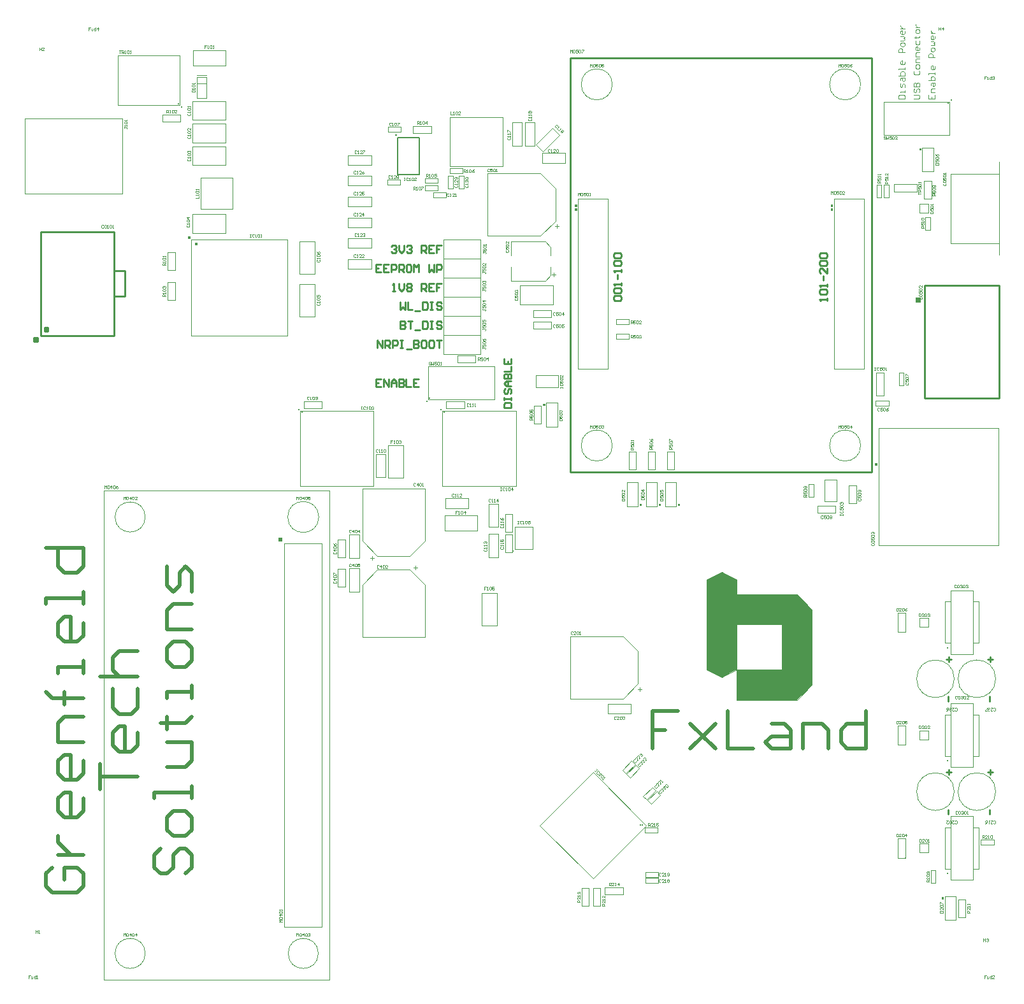
<source format=gbr>
%TF.GenerationSoftware,Altium Limited,Altium Designer,22.4.2 (48)*%
G04 Layer_Color=65535*
%FSLAX26Y26*%
%MOIN*%
%TF.SameCoordinates,0D1A2E3A-66A7-4FCB-BFB3-5B9149DA6B87*%
%TF.FilePolarity,Positive*%
%TF.FileFunction,Legend,Top*%
%TF.Part,Single*%
G01*
G75*
%TA.AperFunction,NonConductor*%
%ADD99C,0.003937*%
%ADD100C,0.001000*%
%ADD101C,0.001968*%
%ADD102C,0.003000*%
%ADD104R,0.007874X0.007874*%
%ADD133C,0.000984*%
%ADD134C,0.002500*%
%ADD135C,0.007874*%
%ADD136C,0.009842*%
%ADD137C,0.010000*%
%ADD138C,0.020000*%
%ADD139R,0.009843X0.009843*%
%ADD140R,0.002953X0.002953*%
%ADD141R,0.011811X0.011811*%
%ADD142P,0.011136X4X270.0*%
%ADD143R,0.007874X0.007874*%
%ADD144R,0.031496X0.031496*%
%ADD145R,0.015748X0.015748*%
%ADD146R,0.023622X0.023622*%
G36*
X4728346Y3177165D02*
Y3098425D01*
X5043307D01*
X5122047Y3019685D01*
Y2625984D01*
X5043307Y2547244D01*
X4728346D01*
Y2704724D01*
X4964567D01*
Y2940945D01*
X4728346D01*
Y2704724D01*
X4649606Y2665354D01*
X4570866Y2704724D01*
Y2940945D01*
Y3177165D01*
X4649606Y3216535D01*
X4728346Y3177165D01*
D02*
G37*
D99*
X6082677Y2657480D02*
G03*
X6082677Y2657480I-98425J0D01*
G01*
X4077227Y3877953D02*
G03*
X4077227Y3877953I-81163J0D01*
G01*
X5376439D02*
G03*
X5376439Y3877953I-81163J0D01*
G01*
X4077227Y5767717D02*
G03*
X4077227Y5767717I-81163J0D01*
G01*
X5376439D02*
G03*
X5376439Y5767717I-81163J0D01*
G01*
X2541793Y3503937D02*
G03*
X2541793Y3503937I-81163J0D01*
G01*
X2539370Y1220472D02*
G03*
X2539370Y1220472I-78740J0D01*
G01*
X1633858D02*
G03*
X1633858Y1220472I-78740J0D01*
G01*
Y3503937D02*
G03*
X1633858Y3503937I-78740J0D01*
G01*
X5866142Y2066929D02*
G03*
X5866142Y2066929I-98425J0D01*
G01*
Y2657480D02*
G03*
X5866142Y2657480I-98425J0D01*
G01*
X6082677Y2066929D02*
G03*
X6082677Y2066929I-98425J0D01*
G01*
X3228346Y5340551D02*
Y5596457D01*
X3503937Y5340551D02*
Y5596457D01*
X3228346D02*
X3503937D01*
X3228346Y5340551D02*
X3503937D01*
X5550236Y5206378D02*
X5670236D01*
X5550236D02*
Y5246378D01*
X5670236D01*
Y5206378D02*
Y5246378D01*
X1905512Y5813976D02*
X1952756D01*
X1905512Y5770669D02*
X1952756D01*
X1874016Y4452756D02*
Y4956693D01*
X2377953Y4452756D02*
Y4956693D01*
X1874016D02*
X2377953D01*
X1874016Y4452756D02*
X2377953D01*
X1003937Y5196850D02*
Y5590551D01*
X1515748Y5196850D02*
Y5590551D01*
X1003937D02*
X1515748D01*
X1003937Y5196850D02*
X1515748D01*
X5684055Y5426181D02*
X5688976Y5431102D01*
X5683071Y5432087D02*
X5687992Y5427165D01*
X5683071Y5431102D02*
Y5432087D01*
Y5431102D02*
X5689961Y5424213D01*
X5683071D02*
X5689961D01*
X5683071D02*
Y5432087D01*
X5689961D01*
Y5424213D02*
Y5432087D01*
X5757874Y5312016D02*
Y5436016D01*
X5699803D02*
X5757874D01*
X5698819Y5312016D02*
X5757874D01*
X5698819D02*
Y5436016D01*
X3395669Y2936653D02*
Y3106653D01*
Y2936653D02*
X3474410D01*
Y3106653D01*
X3395669D02*
X3474410D01*
X3779528Y5110236D02*
Y5165354D01*
X3425197Y5301181D02*
X3700787D01*
X3425197Y4974409D02*
Y5301181D01*
X3779291Y5024488D02*
X3799291D01*
X3789291Y5014488D02*
Y5034488D01*
X3779528Y5165354D02*
Y5222441D01*
X3700787Y5301181D02*
X3779528Y5222441D01*
Y5110236D02*
Y5165354D01*
X3425197Y4974409D02*
X3700787D01*
X3425197D02*
Y5301181D01*
X3779528Y5053150D02*
Y5110236D01*
X3700787Y4974409D02*
X3779528Y5053150D01*
X3547244Y4872520D02*
Y4946850D01*
X3726244D01*
X3755905Y4917189D01*
Y4872520D02*
Y4917189D01*
X3547244Y4738189D02*
Y4812520D01*
Y4738189D02*
X3726244D01*
X3755905Y4767850D01*
Y4812520D01*
X3771575Y4762520D02*
Y4782520D01*
X3761575Y4772520D02*
X3781575D01*
X5220472Y5118110D02*
X5228346Y5110236D01*
X5228346D01*
Y5118110D01*
X5220472Y5110236D02*
X5228346Y5118110D01*
X5220472Y5110236D02*
X5220472D01*
X5220472D02*
Y5118110D01*
X5228346D01*
Y5110236D02*
Y5118110D01*
X5220472Y5110236D02*
X5228346D01*
X5393701Y5169291D02*
X5393701Y4279528D01*
X5236220Y5169291D02*
X5393701D01*
X5236220Y4279528D02*
Y5169291D01*
Y4279528D02*
X5393701D01*
X3881890Y5118110D02*
X3889764Y5110236D01*
X3889764D01*
Y5118110D01*
X3881890Y5110236D02*
X3889764Y5118110D01*
X3881890Y5110236D02*
X3881890D01*
X3881890D02*
Y5118110D01*
X3889764D01*
Y5110236D02*
Y5118110D01*
X3881890Y5110236D02*
X3889764D01*
X4055118Y5169291D02*
X4055118Y4279528D01*
X3897638Y5169291D02*
X4055118D01*
X3897638Y4279528D02*
Y5169291D01*
Y4279528D02*
X4055118D01*
X2440945Y4777205D02*
X2519685D01*
X2440945D02*
Y4947205D01*
X2519685D01*
Y4777205D02*
Y4947205D01*
X5472441Y3354331D02*
X6098425D01*
X5472441Y3968504D02*
X6098425D01*
X5472441Y3354331D02*
Y3968504D01*
X6098425Y3354331D02*
Y3968504D01*
X3386811Y4356299D02*
Y4456299D01*
X3193504Y4356299D02*
X3386811D01*
X3193504D02*
Y4456299D01*
X3386811D01*
X4212599Y2688976D02*
Y2744095D01*
X3858268Y2879921D02*
X4133858D01*
X3858268Y2553150D02*
Y2879921D01*
X4212362Y2603228D02*
X4232362D01*
X4222362Y2593228D02*
Y2613228D01*
X4212599Y2744095D02*
Y2801181D01*
X4133858Y2879921D02*
X4212599Y2801181D01*
Y2688976D02*
Y2744095D01*
X3858268Y2553150D02*
X4133858D01*
X3858268D02*
Y2879921D01*
X4212599Y2631890D02*
Y2688976D01*
X4133858Y2553150D02*
X4212599Y2631890D01*
X2906102Y3299016D02*
X2961220D01*
X3097047Y3377756D02*
Y3653347D01*
X2770276D02*
X3097047D01*
X2820354Y3279252D02*
Y3299252D01*
X2810354Y3289252D02*
X2830354D01*
X2961220Y3299016D02*
X3018307D01*
X3097047Y3377756D01*
X2906102Y3299016D02*
X2961220D01*
X2770276Y3377756D02*
Y3653347D01*
X3097047D01*
X2849016Y3299016D02*
X2906102D01*
X2770276Y3377756D02*
X2849016Y3299016D01*
X2906102Y3228347D02*
X2961220D01*
X2770276Y2874016D02*
Y3149606D01*
Y2874016D02*
X3097047D01*
X3046968Y3228110D02*
Y3248110D01*
X3036968Y3238110D02*
X3056968D01*
X2849016Y3228347D02*
X2906102D01*
X2770276Y3149606D02*
X2849016Y3228347D01*
X2906102D02*
X2961220D01*
X3097047Y2874016D02*
Y3149606D01*
X2770276Y2874016D02*
X3097047D01*
X2961220Y3228347D02*
X3018307D01*
X3097047Y3149606D01*
X4221850Y3564961D02*
X4226771Y3569882D01*
X4222834Y3568898D02*
X4227756Y3563976D01*
Y3564961D01*
X4220866Y3571850D02*
X4227756Y3564961D01*
X4220866Y3571850D02*
X4227756D01*
Y3563976D02*
Y3571850D01*
X4220866Y3563976D02*
X4227756D01*
X4220866D02*
Y3571850D01*
X4152953Y3560047D02*
Y3684047D01*
Y3560047D02*
X4211024D01*
X4152953Y3684047D02*
X4212008D01*
Y3560047D02*
Y3684047D01*
X3716929Y4090945D02*
X3721850Y4095866D01*
X3715945Y4096850D02*
X3720866Y4091929D01*
X3715945Y4095866D02*
Y4096850D01*
Y4095866D02*
X3722835Y4088976D01*
X3715945D02*
X3722835D01*
X3715945D02*
Y4096850D01*
X3722835D01*
Y4088976D02*
Y4096850D01*
X3790748Y3976780D02*
Y4100779D01*
X3732677D02*
X3790748D01*
X3731693Y3976780D02*
X3790748D01*
X3731693D02*
Y4100779D01*
X4321850Y3564961D02*
X4326771Y3569882D01*
X4322834Y3568898D02*
X4327756Y3563976D01*
Y3564961D01*
X4320866Y3571850D02*
X4327756Y3564961D01*
X4320866Y3571850D02*
X4327756D01*
Y3563976D02*
Y3571850D01*
X4320866Y3563976D02*
X4327756D01*
X4320866D02*
Y3571850D01*
X4252953Y3560047D02*
Y3684047D01*
Y3560047D02*
X4311024D01*
X4252953Y3684047D02*
X4312008D01*
Y3560047D02*
Y3684047D01*
X4421850Y3564961D02*
X4426771Y3569882D01*
X4422834Y3568898D02*
X4427756Y3563976D01*
Y3564961D01*
X4420866Y3571850D02*
X4427756Y3564961D01*
X4420866Y3571850D02*
X4427756D01*
Y3563976D02*
Y3571850D01*
X4420866Y3563976D02*
X4427756D01*
X4420866D02*
Y3571850D01*
X4352953Y3560047D02*
Y3684047D01*
Y3560047D02*
X4411024D01*
X4352953Y3684047D02*
X4412008D01*
Y3560047D02*
Y3684047D01*
X5498740Y4140000D02*
Y4260000D01*
X5458740Y4140000D02*
X5498740D01*
X5458740D02*
Y4260000D01*
X5498740D01*
X3193504Y4956299D02*
X3386811D01*
X3193504Y4856299D02*
Y4956299D01*
Y4856299D02*
X3386811D01*
Y4956299D01*
X3193110Y4756299D02*
Y4856299D01*
X3386417D01*
Y4756299D02*
Y4856299D01*
X3193110Y4756299D02*
X3386417D01*
X3386811Y4656299D02*
Y4756299D01*
X3193504Y4656299D02*
X3386811D01*
X3193504D02*
Y4756299D01*
X3386811D01*
Y4556299D02*
Y4656299D01*
X3193504Y4556299D02*
X3386811D01*
X3193504D02*
Y4656299D01*
X3386811D01*
Y4456299D02*
Y4556299D01*
X3193504Y4456299D02*
X3386811D01*
X3193504D02*
Y4556299D01*
X3386811D01*
X1883504Y5866142D02*
X2053504D01*
Y5944882D01*
X1883504D02*
X2053504D01*
X1883504Y5866142D02*
Y5944882D01*
X2984252Y3710276D02*
Y3880276D01*
X2905512D02*
X2984252D01*
X2905512Y3710276D02*
Y3880276D01*
Y3710276D02*
X2984252D01*
X3202402Y3433071D02*
X3372402D01*
Y3511811D01*
X3202402D02*
X3372402D01*
X3202402Y3433071D02*
Y3511811D01*
X2440945Y4722795D02*
X2519685D01*
Y4552795D02*
Y4722795D01*
X2440945Y4552795D02*
X2519685D01*
X2440945D02*
Y4722795D01*
X5802165Y1508858D02*
X5807087Y1513780D01*
X5801181Y1514764D02*
X5806102Y1509842D01*
X5801181Y1513780D02*
Y1514764D01*
Y1513780D02*
X5808071Y1506890D01*
X5801181D02*
X5808071D01*
X5801181D02*
Y1514764D01*
X5808071D01*
Y1506890D02*
Y1514764D01*
X5875984Y1394693D02*
Y1518693D01*
X5817913D02*
X5875984D01*
X5816929Y1394693D02*
X5875984D01*
X5816929D02*
Y1518693D01*
X4728346Y2704724D02*
X4964567D01*
X4728346Y2940945D02*
X4964567D01*
Y2704724D02*
Y2940945D01*
X4728346Y2704724D02*
Y2940945D01*
X4649606Y3216535D02*
X4728346Y3177165D01*
X4570866D02*
X4649606Y3216535D01*
Y2665354D02*
X4728346Y2704724D01*
X4570866D02*
X4649606Y2665354D01*
X4728346Y3098425D02*
Y3177165D01*
Y2940945D02*
Y2940945D01*
X5122047Y2625984D02*
Y3019685D01*
X4570866Y2704724D02*
Y3177165D01*
X4728346Y2547244D02*
Y2704724D01*
Y2547244D02*
X5043307D01*
X5043307D01*
X5122047Y2625984D01*
X4728346Y3098425D02*
X5043307D01*
X5043307D01*
X5122047Y3019685D01*
X3881890Y5129921D02*
X3889764D01*
Y5137795D01*
X3881890D02*
X3889764D01*
X3881890Y5129921D02*
Y5137795D01*
Y5129921D02*
X3881890D01*
X3889764Y5137795D01*
Y5129921D02*
Y5137795D01*
X3889764Y5129921D02*
X3889764D01*
X3881890Y5137795D02*
X3889764Y5129921D01*
X5220472Y5137795D02*
X5228346Y5129921D01*
X5228346D01*
Y5137795D01*
X5220472Y5129921D02*
X5228346Y5137795D01*
X5220472Y5129921D02*
X5220472D01*
X5220472D02*
Y5137795D01*
X5228346D01*
Y5129921D02*
Y5137795D01*
X5220472Y5129921D02*
X5228346D01*
X1417323Y1082677D02*
Y3641732D01*
X2598425Y1082677D02*
Y3641732D01*
X1417323Y1082677D02*
X2598425D01*
X1417323Y3641732D02*
X2598425D01*
X2362205Y3366142D02*
X2559055D01*
X2362205Y1358268D02*
X2559055D01*
Y3366142D01*
X2362205Y1358268D02*
Y3366142D01*
X5653553Y5692914D02*
X5679792D01*
X5685039Y5698161D01*
Y5708657D01*
X5679792Y5713904D01*
X5653553D01*
X5658801Y5745390D02*
X5653553Y5740142D01*
Y5729647D01*
X5658801Y5724400D01*
X5664049D01*
X5669296Y5729647D01*
Y5740142D01*
X5674544Y5745390D01*
X5679792D01*
X5685039Y5740142D01*
Y5729647D01*
X5679792Y5724400D01*
X5653553Y5755885D02*
X5685039D01*
Y5771628D01*
X5679792Y5776876D01*
X5674544D01*
X5669296Y5771628D01*
Y5755885D01*
Y5771628D01*
X5664049Y5776876D01*
X5658801D01*
X5653553Y5771628D01*
Y5755885D01*
X5658801Y5839848D02*
X5653553Y5834600D01*
Y5824105D01*
X5658801Y5818857D01*
X5679792D01*
X5685039Y5824105D01*
Y5834600D01*
X5679792Y5839848D01*
X5685039Y5855591D02*
Y5866086D01*
X5679792Y5871334D01*
X5669296D01*
X5664049Y5866086D01*
Y5855591D01*
X5669296Y5850343D01*
X5679792D01*
X5685039Y5855591D01*
Y5881829D02*
X5664049D01*
Y5897572D01*
X5669296Y5902820D01*
X5685039D01*
Y5913315D02*
X5664049D01*
Y5929058D01*
X5669296Y5934306D01*
X5685039D01*
Y5960544D02*
Y5950048D01*
X5679792Y5944801D01*
X5669296D01*
X5664049Y5950048D01*
Y5960544D01*
X5669296Y5965791D01*
X5674544D01*
Y5944801D01*
X5664049Y5997277D02*
Y5981534D01*
X5669296Y5976287D01*
X5679792D01*
X5685039Y5981534D01*
Y5997277D01*
X5658801Y6013020D02*
X5664049D01*
Y6007773D01*
Y6018268D01*
Y6013020D01*
X5679792D01*
X5685039Y6018268D01*
Y6039259D02*
Y6049754D01*
X5679792Y6055002D01*
X5669296D01*
X5664049Y6049754D01*
Y6039259D01*
X5669296Y6034011D01*
X5679792D01*
X5685039Y6039259D01*
X5664049Y6065497D02*
X5685039D01*
X5674544D01*
X5669296Y6070744D01*
X5664049Y6075992D01*
Y6081240D01*
X5732293Y5713904D02*
Y5692913D01*
X5763779D01*
Y5713904D01*
X5748036Y5692913D02*
Y5703409D01*
X5763779Y5724399D02*
X5742789D01*
Y5740142D01*
X5748036Y5745390D01*
X5763779D01*
X5742789Y5761133D02*
Y5771628D01*
X5748036Y5776876D01*
X5763779D01*
Y5761133D01*
X5758532Y5755885D01*
X5753284Y5761133D01*
Y5776876D01*
X5732293Y5787371D02*
X5763779D01*
Y5803114D01*
X5758532Y5808362D01*
X5753284D01*
X5748036D01*
X5742789Y5803114D01*
Y5787371D01*
X5763779Y5818857D02*
Y5829352D01*
Y5824105D01*
X5732293D01*
Y5818857D01*
X5763779Y5860838D02*
Y5850343D01*
X5758532Y5845095D01*
X5748036D01*
X5742789Y5850343D01*
Y5860838D01*
X5748036Y5866086D01*
X5753284D01*
Y5845095D01*
X5763779Y5908067D02*
X5732293D01*
Y5923810D01*
X5737541Y5929058D01*
X5748036D01*
X5753284Y5923810D01*
Y5908067D01*
X5763779Y5944801D02*
Y5955296D01*
X5758532Y5960544D01*
X5748036D01*
X5742789Y5955296D01*
Y5944801D01*
X5748036Y5939553D01*
X5758532D01*
X5763779Y5944801D01*
X5742789Y5971039D02*
X5758532D01*
X5763779Y5976287D01*
X5758532Y5981534D01*
X5763779Y5986782D01*
X5758532Y5992030D01*
X5742789D01*
X5763779Y6018268D02*
Y6007773D01*
X5758532Y6002525D01*
X5748036D01*
X5742789Y6007773D01*
Y6018268D01*
X5748036Y6023516D01*
X5753284D01*
Y6002525D01*
X5742789Y6034011D02*
X5763779D01*
X5753284D01*
X5748036Y6039258D01*
X5742789Y6044506D01*
Y6049754D01*
X5574813Y5692913D02*
X5606299D01*
Y5708657D01*
X5601051Y5713904D01*
X5580061D01*
X5574813Y5708657D01*
Y5692913D01*
X5606299Y5724399D02*
Y5734895D01*
Y5729647D01*
X5585309D01*
Y5724399D01*
X5606299Y5750638D02*
Y5766381D01*
X5601051Y5771628D01*
X5595804Y5766381D01*
Y5755885D01*
X5590556Y5750638D01*
X5585309Y5755885D01*
Y5771628D01*
Y5787371D02*
Y5797867D01*
X5590556Y5803114D01*
X5606299D01*
Y5787371D01*
X5601051Y5782124D01*
X5595804Y5787371D01*
Y5803114D01*
X5574813Y5813609D02*
X5606299D01*
Y5829352D01*
X5601051Y5834600D01*
X5595804D01*
X5590556D01*
X5585309Y5829352D01*
Y5813609D01*
X5606299Y5845095D02*
Y5855591D01*
Y5850343D01*
X5574813D01*
Y5845095D01*
X5606299Y5887077D02*
Y5876581D01*
X5601051Y5871334D01*
X5590556D01*
X5585309Y5876581D01*
Y5887077D01*
X5590556Y5892324D01*
X5595804D01*
Y5871334D01*
X5606299Y5934306D02*
X5574813D01*
Y5950048D01*
X5580061Y5955296D01*
X5590556D01*
X5595804Y5950048D01*
Y5934306D01*
X5606299Y5971039D02*
Y5981534D01*
X5601051Y5986782D01*
X5590556D01*
X5585309Y5981534D01*
Y5971039D01*
X5590556Y5965791D01*
X5601051D01*
X5606299Y5971039D01*
X5585309Y5997277D02*
X5601051D01*
X5606299Y6002525D01*
X5601051Y6007773D01*
X5606299Y6013020D01*
X5601051Y6018268D01*
X5585309D01*
X5606299Y6044506D02*
Y6034011D01*
X5601051Y6028763D01*
X5590556D01*
X5585309Y6034011D01*
Y6044506D01*
X5590556Y6049754D01*
X5595804D01*
Y6028763D01*
X5585309Y6060249D02*
X5606299D01*
X5595804D01*
X5590556Y6065497D01*
X5585309Y6070744D01*
Y6075992D01*
D100*
X4312992Y1853142D02*
Y1879142D01*
X4246063D02*
X4312992D01*
X4246063Y1853142D02*
Y1879142D01*
Y1853142D02*
X4312992D01*
X5315646Y3574803D02*
Y3669291D01*
X5353646D01*
Y3574803D02*
Y3669291D01*
X5315646Y3574803D02*
X5353646D01*
X4177856Y2227737D02*
X4196241Y2209353D01*
X4130530Y2180411D02*
X4177856Y2227737D01*
X4130530Y2180411D02*
X4148915Y2162026D01*
X4196241Y2209353D01*
X2642417Y3291338D02*
Y3385827D01*
X2680417D01*
Y3291338D02*
Y3385827D01*
X2642417Y3291338D02*
X2680417D01*
Y3137795D02*
Y3232284D01*
X2642417Y3137795D02*
X2680417D01*
X2642417D02*
Y3232284D01*
X2680417D01*
X3663386Y4547929D02*
X3757874D01*
X3663386D02*
Y4585929D01*
X3757874D01*
Y4547929D02*
Y4585929D01*
X3663386Y4488874D02*
X3757874D01*
X3663386D02*
Y4526874D01*
X3757874D01*
Y4488874D02*
Y4526874D01*
X5522835Y4087000D02*
Y4113000D01*
X5455905D02*
X5522835D01*
X5455905Y4087000D02*
Y4113000D01*
Y4087000D02*
X5522835D01*
X5576370Y4258465D02*
X5602370D01*
X5576370Y4191535D02*
Y4258465D01*
Y4191535D02*
X5602370D01*
Y4258465D01*
X4163480Y3751968D02*
Y3846457D01*
X4201480D01*
Y3751968D02*
Y3846457D01*
X4163480Y3751968D02*
X4201480D01*
X4165945Y4512000D02*
Y4538000D01*
X4099016D02*
X4165945D01*
X4099016Y4512000D02*
Y4538000D01*
Y4512000D02*
X4165945D01*
Y4437000D02*
Y4463000D01*
X4099016D02*
X4165945D01*
X4099016Y4437000D02*
Y4463000D01*
Y4437000D02*
X4165945D01*
X3267716Y4349709D02*
X3362205D01*
Y4311709D02*
Y4349709D01*
X3267716Y4311709D02*
X3362205D01*
X3267716D02*
Y4349709D01*
X3705220Y3991535D02*
Y4086024D01*
X3667220Y3991535D02*
X3705220D01*
X3667220D02*
Y4086024D01*
X3705220D01*
X4301480Y3751968D02*
Y3846457D01*
X4263480Y3751968D02*
X4301480D01*
X4263480D02*
Y3846457D01*
X4301480D01*
X4401480Y3751968D02*
Y3846457D01*
X4363480Y3751968D02*
X4401480D01*
X4363480D02*
Y3846457D01*
X4401480D01*
X2970472Y5518496D02*
Y5544496D01*
X2903543D02*
X2970472D01*
X2903543Y5518496D02*
Y5544496D01*
Y5518496D02*
X2970472D01*
X2464567Y4109551D02*
X2559055D01*
Y4071551D02*
Y4109551D01*
X2464567Y4071551D02*
X2559055D01*
X2464567D02*
Y4109551D01*
X3208661D02*
X3303150D01*
Y4071551D02*
Y4109551D01*
X3208661Y4071551D02*
X3303150D01*
X3208661D02*
Y4109551D01*
X3554433Y3317913D02*
Y3412402D01*
X3516433Y3317913D02*
X3554433D01*
X3516433D02*
Y3412402D01*
X3554433D01*
X3516433Y3425197D02*
Y3519685D01*
X3554433D01*
Y3425197D02*
Y3519685D01*
X3516433Y3425197D02*
X3554433D01*
X1724409Y5609551D02*
X1818898D01*
Y5571551D02*
Y5609551D01*
X1724409Y5571551D02*
X1818898D01*
X1724409D02*
Y5609551D01*
X1752653Y4795276D02*
Y4889764D01*
X1790653D01*
Y4795276D02*
Y4889764D01*
X1752653Y4795276D02*
X1790653D01*
X1752653Y4637795D02*
Y4732283D01*
X1790653D01*
Y4637795D02*
Y4732283D01*
X1752653Y4637795D02*
X1790653D01*
X5149606Y3562307D02*
X5244095D01*
Y3524307D02*
Y3562307D01*
X5149606Y3524307D02*
X5244095D01*
X5149606D02*
Y3562307D01*
X5105110Y3608268D02*
X5131110D01*
Y3675197D01*
X5105110D02*
X5131110D01*
X5105110Y3608268D02*
Y3675197D01*
X5742905Y1655512D02*
X5768905D01*
X5742905Y1588583D02*
Y1655512D01*
Y1588583D02*
X5768905D01*
Y1655512D01*
X6005905Y1790150D02*
Y1816150D01*
Y1790150D02*
X6072835D01*
Y1816150D01*
X6005905D02*
X6072835D01*
X5924512Y1409449D02*
Y1503937D01*
X5886512Y1409449D02*
X5924512D01*
X5886512D02*
Y1503937D01*
X5924512D01*
X5709346Y5169291D02*
Y5263779D01*
X5747346D01*
Y5169291D02*
Y5263779D01*
X5709346Y5169291D02*
X5747346D01*
X5715346Y5005905D02*
X5741346D01*
Y5072835D01*
X5715346D02*
X5741346D01*
X5715346Y5005905D02*
Y5072835D01*
X3206693Y5175976D02*
Y5201976D01*
X3139764D02*
X3206693D01*
X3139764Y5175976D02*
Y5201976D01*
Y5175976D02*
X3206693D01*
X2899606Y5242905D02*
Y5268905D01*
Y5242905D02*
X2966535D01*
Y5268905D01*
X2899606D02*
X2966535D01*
X3219284Y5289370D02*
X3245284D01*
X3219284Y5222441D02*
Y5289370D01*
Y5222441D02*
X3245284D01*
Y5289370D01*
X3274402D02*
X3300402D01*
X3274402Y5222441D02*
Y5289370D01*
Y5222441D02*
X3300402D01*
Y5289370D01*
X3035433Y5550496D02*
X3129921D01*
Y5512496D02*
Y5550496D01*
X3035433Y5512496D02*
X3129921D01*
X3035433D02*
Y5550496D01*
X3096457Y5250779D02*
Y5276779D01*
Y5250779D02*
X3163386D01*
Y5276779D01*
X3096457D02*
X3163386D01*
X3293307Y5301961D02*
Y5327961D01*
X3226378D02*
X3293307D01*
X3226378Y5301961D02*
Y5327961D01*
Y5301961D02*
X3293307D01*
X3163386Y5211409D02*
Y5237409D01*
X3096457D02*
X3163386D01*
X3096457Y5211409D02*
Y5237409D01*
Y5211409D02*
X3163386D01*
X5459441Y5175197D02*
X5485441D01*
Y5242126D01*
X5459441D02*
X5485441D01*
X5459441Y5175197D02*
Y5242126D01*
X5498811D02*
X5524811D01*
X5498811Y5175197D02*
Y5242126D01*
Y5175197D02*
X5524811D01*
Y5242126D01*
X4015063Y1468504D02*
Y1562992D01*
X3977063Y1468504D02*
X4015063D01*
X3977063D02*
Y1562992D01*
X4015063D01*
X3918008Y1468504D02*
Y1562992D01*
X3956008D01*
Y1468504D02*
Y1562992D01*
X3918008Y1468504D02*
X3956008D01*
X4039370Y1566244D02*
X4133858D01*
Y1528244D02*
Y1566244D01*
X4039370Y1528244D02*
X4133858D01*
X4039370D02*
Y1566244D01*
X4316929Y1588378D02*
Y1614378D01*
X4250000D02*
X4316929D01*
X4250000Y1588378D02*
Y1614378D01*
Y1588378D02*
X4316929D01*
Y1619874D02*
Y1645874D01*
X4250000D02*
X4316929D01*
X4250000Y1619874D02*
Y1645874D01*
Y1619874D02*
X4316929D01*
X4309746Y2068289D02*
X4328131Y2049904D01*
X4262420Y2020962D02*
X4309746Y2068289D01*
X4262420Y2020962D02*
X4280805Y2002578D01*
X4328131Y2049904D01*
X4286124Y2089942D02*
X4304509Y2071557D01*
X4238798Y2042616D02*
X4286124Y2089942D01*
X4238798Y2042616D02*
X4257183Y2024231D01*
X4304509Y2071557D01*
X4199510Y2206084D02*
X4217895Y2187699D01*
X4152184Y2158758D02*
X4199510Y2206084D01*
X4152184Y2158758D02*
X4170569Y2140373D01*
X4217895Y2187699D01*
D101*
X3566929Y3452756D02*
X3661418D01*
X3566929Y3334645D02*
X3661418D01*
Y3452756D01*
X3566929Y3334645D02*
Y3452756D01*
X5188974Y3584646D02*
X5251969D01*
X5188974Y3698821D02*
X5251969D01*
X5188974Y3584646D02*
Y3698821D01*
X5251969Y3584646D02*
Y3698821D01*
X1492125Y5657480D02*
X1814961D01*
X1492125Y5917324D02*
X1814961D01*
X1492125Y5657480D02*
Y5917324D01*
X1814961Y5657480D02*
Y5917324D01*
X1905510Y5695866D02*
X1952756D01*
X1905510Y5806103D02*
X1952756D01*
X1905510Y5695866D02*
Y5806103D01*
X1952756Y5695866D02*
Y5806103D01*
X1925197Y5279528D02*
X2090552D01*
X1925197Y5114173D02*
X2090552D01*
Y5279528D01*
X1925197Y5114173D02*
Y5279528D01*
X3187008Y4059055D02*
X3572836D01*
X3187008Y3665345D02*
X3572836D01*
Y4059055D01*
X3187008Y3665345D02*
Y4059055D01*
X2694882Y5344065D02*
X2816929D01*
Y5396065D01*
X2694882Y5344065D02*
Y5396065D01*
X2816929D01*
X4053150Y2474000D02*
X4175197D01*
Y2526000D01*
X4053150Y2474000D02*
Y2526000D01*
X4175197D01*
X2702346Y3289370D02*
Y3411417D01*
Y3289370D02*
X2754346D01*
X2702346Y3411417D02*
X2754346D01*
Y3289370D02*
Y3411417D01*
X2754347Y3112205D02*
Y3234252D01*
X2702347D02*
X2754347D01*
X2702347Y3112205D02*
X2754347D01*
X2702347D02*
Y3234252D01*
X3594165Y4616142D02*
X3767717D01*
X3594165D02*
Y4714567D01*
X3767717D01*
Y4616142D02*
Y4714567D01*
X3793307Y4182281D02*
Y4245276D01*
X3679132Y4182281D02*
Y4245276D01*
Y4182281D02*
X3793307D01*
X3679132Y4245276D02*
X3793307D01*
X2840142Y3710630D02*
Y3832677D01*
Y3710630D02*
X2892142D01*
X2840142Y3832677D02*
X2892142D01*
Y3710630D02*
Y3832677D01*
X3202756Y3600803D02*
X3324803D01*
X3202756Y3548803D02*
Y3600803D01*
X3324803Y3548803D02*
Y3600803D01*
X3202756Y3548803D02*
X3324803D01*
X3482693Y3293307D02*
Y3415354D01*
X3430693D02*
X3482693D01*
X3430693Y3293307D02*
X3482693D01*
X3430693D02*
Y3415354D01*
Y3450787D02*
Y3572835D01*
Y3450787D02*
X3482693D01*
X3430693Y3572835D02*
X3482693D01*
Y3450787D02*
Y3572835D01*
X2442913Y4059055D02*
X2828742D01*
X2442913Y3665345D02*
X2828742D01*
Y4059055D01*
X2442913Y3665345D02*
Y4059055D01*
X1881567Y5580709D02*
X2055118D01*
X1881567D02*
Y5679134D01*
X2055118D01*
Y5580709D02*
Y5679134D01*
X1881567Y5462598D02*
X2055118D01*
X1881567D02*
Y5561024D01*
X2055118D01*
Y5462598D02*
Y5561024D01*
X1881567Y5344488D02*
X2055118D01*
X1881567D02*
Y5442913D01*
X2055118D01*
Y5344488D02*
Y5442913D01*
X1881567Y4990158D02*
X2055118D01*
X1881567D02*
Y5088583D01*
X2055118D01*
Y4990158D02*
Y5088583D01*
X3552740Y5446850D02*
Y5568898D01*
Y5446850D02*
X3604740D01*
X3552740Y5568898D02*
X3604740D01*
Y5446850D02*
Y5568898D01*
X3619669Y5446850D02*
Y5568898D01*
Y5446850D02*
X3671669D01*
X3619669Y5568898D02*
X3671669D01*
Y5446850D02*
Y5568898D01*
X3678622Y5451613D02*
X3764923Y5537913D01*
X3678622Y5451613D02*
X3715392Y5414843D01*
X3764923Y5537913D02*
X3801693Y5501143D01*
X3715392Y5414843D02*
X3801693Y5501143D01*
X3710630Y5407890D02*
X3832677D01*
X3710630Y5355890D02*
Y5407890D01*
X3832677Y5355890D02*
Y5407890D01*
X3710630Y5355890D02*
X3832677D01*
X2694882Y4800759D02*
X2816929D01*
Y4852759D01*
X2694882Y4800759D02*
Y4852759D01*
X2816929D01*
X2694882Y4910995D02*
X2816929D01*
Y4962995D01*
X2694882Y4910995D02*
Y4962995D01*
X2816929D01*
X2694882Y5017294D02*
X2816929D01*
Y5069294D01*
X2694882Y5017294D02*
Y5069294D01*
X2816929D01*
X2694882Y5127530D02*
X2816929D01*
Y5179530D01*
X2694882Y5127530D02*
Y5179530D01*
X2816929D01*
X2694882Y5237766D02*
X2816929D01*
Y5289766D01*
X2694882Y5237766D02*
Y5289766D01*
X2816929D01*
D102*
X5809962Y5249161D02*
X5807463Y5246662D01*
Y5241663D01*
X5809962Y5239164D01*
X5819959D01*
X5822458Y5241663D01*
Y5246662D01*
X5819959Y5249161D01*
X5807463Y5261657D02*
Y5256658D01*
X5809962Y5254159D01*
X5819959D01*
X5822458Y5256658D01*
Y5261657D01*
X5819959Y5264156D01*
X5809962D01*
X5807463Y5261657D01*
Y5279151D02*
Y5269154D01*
X5814961D01*
X5812461Y5274153D01*
Y5276652D01*
X5814961Y5279151D01*
X5819959D01*
X5822458Y5276652D01*
Y5271654D01*
X5819959Y5269154D01*
X5809962Y5284150D02*
X5807463Y5286649D01*
Y5291647D01*
X5809962Y5294146D01*
X5819959D01*
X5822458Y5291647D01*
Y5286649D01*
X5819959Y5284150D01*
X5809962D01*
X5822458Y5299145D02*
Y5304143D01*
Y5301644D01*
X5807463D01*
X5809962Y5299145D01*
X5876583Y3146731D02*
X5874084Y3149230D01*
X5869085D01*
X5866586Y3146731D01*
Y3136734D01*
X5869085Y3134235D01*
X5874084D01*
X5876583Y3136734D01*
X5889079Y3149230D02*
X5884080D01*
X5881581Y3146731D01*
Y3136734D01*
X5884080Y3134235D01*
X5889079D01*
X5891578Y3136734D01*
Y3146731D01*
X5889079Y3149230D01*
X5896576Y3146731D02*
X5899076Y3149230D01*
X5904074D01*
X5906573Y3146731D01*
Y3144231D01*
X5904074Y3141732D01*
X5901575D01*
X5904074D01*
X5906573Y3139233D01*
Y3136734D01*
X5904074Y3134235D01*
X5899076D01*
X5896576Y3136734D01*
X5911572Y3146731D02*
X5914071Y3149230D01*
X5919069D01*
X5921568Y3146731D01*
Y3136734D01*
X5919069Y3134235D01*
X5914071D01*
X5911572Y3136734D01*
Y3146731D01*
X5926567D02*
X5929066Y3149230D01*
X5934064D01*
X5936564Y3146731D01*
Y3144231D01*
X5934064Y3141732D01*
X5931565D01*
X5934064D01*
X5936564Y3139233D01*
Y3136734D01*
X5934064Y3134235D01*
X5929066D01*
X5926567Y3136734D01*
X3581684Y3483876D02*
X3586682D01*
X3584183D01*
Y3468880D01*
X3581684D01*
X3586682D01*
X3604176Y3481376D02*
X3601677Y3483876D01*
X3596679D01*
X3594180Y3481376D01*
Y3471380D01*
X3596679Y3468880D01*
X3601677D01*
X3604176Y3471380D01*
X3609175Y3468880D02*
X3614173D01*
X3611674D01*
Y3483876D01*
X3609175Y3481376D01*
X3621671D02*
X3624170Y3483876D01*
X3629168D01*
X3631668Y3481376D01*
Y3471380D01*
X3629168Y3468880D01*
X3624170D01*
X3621671Y3471380D01*
Y3481376D01*
X3646663Y3483876D02*
X3636666D01*
Y3476378D01*
X3641664Y3478877D01*
X3644164D01*
X3646663Y3476378D01*
Y3471380D01*
X3644164Y3468880D01*
X3639165D01*
X3636666Y3471380D01*
X3229664Y5625608D02*
Y5610613D01*
X3239661D01*
X3244659D02*
X3249657D01*
X3247158D01*
Y5625608D01*
X3244659Y5623109D01*
X3257155D02*
X3259654Y5625608D01*
X3264653D01*
X3267152Y5623109D01*
Y5613112D01*
X3264653Y5610613D01*
X3259654D01*
X3257155Y5613112D01*
Y5623109D01*
X3282147Y5610613D02*
X3272150D01*
X3282147Y5620609D01*
Y5623109D01*
X3279648Y5625608D01*
X3274649D01*
X3272150Y5623109D01*
X5740534Y5093118D02*
X5755529D01*
Y5100616D01*
X5753030Y5103115D01*
X5743033D01*
X5740534Y5100616D01*
Y5093118D01*
Y5118110D02*
Y5108113D01*
X5748031D01*
X5745532Y5113112D01*
Y5115611D01*
X5748031Y5118110D01*
X5753030D01*
X5755529Y5115611D01*
Y5110613D01*
X5753030Y5108113D01*
X5743033Y5123109D02*
X5740534Y5125608D01*
Y5130606D01*
X5743033Y5133105D01*
X5753030D01*
X5755529Y5130606D01*
Y5125608D01*
X5753030Y5123109D01*
X5743033D01*
X5755529Y5138104D02*
Y5143102D01*
Y5140603D01*
X5740534D01*
X5743033Y5138104D01*
X5268093Y3513505D02*
Y3518503D01*
Y3516004D01*
X5283088D01*
Y3513505D01*
Y3518503D01*
X5270592Y3535998D02*
X5268093Y3533499D01*
Y3528500D01*
X5270592Y3526001D01*
X5280589D01*
X5283088Y3528500D01*
Y3533499D01*
X5280589Y3535998D01*
X5268093Y3550993D02*
Y3540996D01*
X5275591D01*
X5273091Y3545995D01*
Y3548494D01*
X5275591Y3550993D01*
X5280589D01*
X5283088Y3548494D01*
Y3543495D01*
X5280589Y3540996D01*
X5270592Y3555991D02*
X5268093Y3558491D01*
Y3563489D01*
X5270592Y3565988D01*
X5280589D01*
X5283088Y3563489D01*
Y3558491D01*
X5280589Y3555991D01*
X5270592D01*
Y3570987D02*
X5268093Y3573486D01*
Y3578484D01*
X5270592Y3580983D01*
X5273091D01*
X5275591Y3578484D01*
Y3575985D01*
Y3578484D01*
X5278090Y3580983D01*
X5280589D01*
X5283088Y3578484D01*
Y3573486D01*
X5280589Y3570987D01*
X5677542Y5191920D02*
Y5201917D01*
Y5196918D01*
X5692537D01*
Y5206915D02*
X5677542D01*
Y5214413D01*
X5680041Y5216912D01*
X5685039D01*
X5687539Y5214413D01*
Y5206915D01*
Y5211913D02*
X5692537Y5216912D01*
X5677542Y5231907D02*
Y5221910D01*
X5685039D01*
X5682540Y5226909D01*
Y5229408D01*
X5685039Y5231907D01*
X5690038D01*
X5692537Y5229408D01*
Y5224409D01*
X5690038Y5221910D01*
X5680041Y5236905D02*
X5677542Y5239405D01*
Y5244403D01*
X5680041Y5246902D01*
X5690038D01*
X5692537Y5244403D01*
Y5239405D01*
X5690038Y5236905D01*
X5680041D01*
X5692537Y5251901D02*
Y5256899D01*
Y5254400D01*
X5677542D01*
X5680041Y5251901D01*
X1496319Y5944506D02*
X1506316D01*
X1501318D01*
Y5929510D01*
X1511314D02*
Y5944506D01*
X1518812D01*
X1521311Y5942006D01*
Y5937008D01*
X1518812Y5934509D01*
X1511314D01*
X1516313D02*
X1521311Y5929510D01*
X1526310D02*
X1531308D01*
X1528809D01*
Y5944506D01*
X1526310Y5942006D01*
X1538805D02*
X1541305Y5944506D01*
X1546303D01*
X1548802Y5942006D01*
Y5932010D01*
X1546303Y5929510D01*
X1541305D01*
X1538805Y5932010D01*
Y5942006D01*
X1553801Y5929510D02*
X1558799D01*
X1556300D01*
Y5944506D01*
X1553801Y5942006D01*
X5563060Y3027183D02*
Y3012187D01*
X5570558D01*
X5573057Y3014687D01*
Y3024683D01*
X5570558Y3027183D01*
X5563060D01*
X5588052Y3012187D02*
X5578055D01*
X5588052Y3022184D01*
Y3024683D01*
X5585553Y3027183D01*
X5580554D01*
X5578055Y3024683D01*
X5593050D02*
X5595550Y3027183D01*
X5600548D01*
X5603047Y3024683D01*
Y3014687D01*
X5600548Y3012187D01*
X5595550D01*
X5593050Y3014687D01*
Y3024683D01*
X5618042Y3027183D02*
X5613044Y3024683D01*
X5608046Y3019685D01*
Y3014687D01*
X5610545Y3012187D01*
X5615543D01*
X5618042Y3014687D01*
Y3017186D01*
X5615543Y3019685D01*
X5608046D01*
X1878329Y5728226D02*
X1893324D01*
Y5735724D01*
X1890825Y5738223D01*
X1880828D01*
X1878329Y5735724D01*
Y5728226D01*
X1893324Y5743221D02*
Y5748220D01*
Y5745721D01*
X1878329D01*
X1880828Y5743221D01*
Y5755717D02*
X1878329Y5758217D01*
Y5763215D01*
X1880828Y5765714D01*
X1890825D01*
X1893324Y5763215D01*
Y5758217D01*
X1890825Y5755717D01*
X1880828D01*
X1893324Y5770713D02*
Y5775711D01*
Y5773212D01*
X1878329D01*
X1880828Y5770713D01*
X2987195Y5279151D02*
X2992194D01*
X2989695D01*
Y5264156D01*
X2987195D01*
X2992194D01*
X3009688Y5276652D02*
X3007189Y5279151D01*
X3002191D01*
X2999691Y5276652D01*
Y5266655D01*
X3002191Y5264156D01*
X3007189D01*
X3009688Y5266655D01*
X3014687Y5264156D02*
X3019685D01*
X3017186D01*
Y5279151D01*
X3014687Y5276652D01*
X3027183D02*
X3029682Y5279151D01*
X3034680D01*
X3037179Y5276652D01*
Y5266655D01*
X3034680Y5264156D01*
X3029682D01*
X3027183Y5266655D01*
Y5276652D01*
X3052175Y5264156D02*
X3042178D01*
X3052175Y5274153D01*
Y5276652D01*
X3049675Y5279151D01*
X3044677D01*
X3042178Y5276652D01*
X1415765Y5028620D02*
X1413265Y5031120D01*
X1408267D01*
X1405768Y5028620D01*
Y5018624D01*
X1408267Y5016124D01*
X1413265D01*
X1415765Y5018624D01*
X1428261Y5031120D02*
X1423262D01*
X1420763Y5028620D01*
Y5018624D01*
X1423262Y5016124D01*
X1428261D01*
X1430760Y5018624D01*
Y5028620D01*
X1428261Y5031120D01*
X1435758Y5016124D02*
X1440757D01*
X1438257D01*
Y5031120D01*
X1435758Y5028620D01*
X1448254D02*
X1450754Y5031120D01*
X1455752D01*
X1458251Y5028620D01*
Y5018624D01*
X1455752Y5016124D01*
X1450754D01*
X1448254Y5018624D01*
Y5028620D01*
X1463249Y5016124D02*
X1468248D01*
X1465749D01*
Y5031120D01*
X1463249Y5028620D01*
X2182608Y4983876D02*
X2187606D01*
X2185107D01*
Y4968880D01*
X2182608D01*
X2187606D01*
X2205101Y4981376D02*
X2202602Y4983876D01*
X2197603D01*
X2195104Y4981376D01*
Y4971380D01*
X2197603Y4968880D01*
X2202602D01*
X2205101Y4971380D01*
X2210099Y4968880D02*
X2215098D01*
X2212598D01*
Y4983876D01*
X2210099Y4981376D01*
X2222595D02*
X2225094Y4983876D01*
X2230093D01*
X2232592Y4981376D01*
Y4971380D01*
X2230093Y4968880D01*
X2225094D01*
X2222595Y4971380D01*
Y4981376D01*
X2237590Y4968880D02*
X2242589D01*
X2240090D01*
Y4983876D01*
X2237590Y4981376D01*
X2350017Y1384833D02*
X2335022D01*
X2340020Y1389832D01*
X2335022Y1394830D01*
X2350017D01*
X2335022Y1407326D02*
Y1402328D01*
X2337521Y1399828D01*
X2347518D01*
X2350017Y1402328D01*
Y1407326D01*
X2347518Y1409825D01*
X2337521D01*
X2335022Y1407326D01*
X2350017Y1422321D02*
X2335022D01*
X2342520Y1414823D01*
Y1424820D01*
X2337521Y1429819D02*
X2335022Y1432318D01*
Y1437316D01*
X2337521Y1439815D01*
X2347518D01*
X2350017Y1437316D01*
Y1432318D01*
X2347518Y1429819D01*
X2337521D01*
X2350017Y1444814D02*
Y1449812D01*
Y1447313D01*
X2335022D01*
X2337521Y1444814D01*
X6071755Y2492484D02*
X6074254Y2489985D01*
X6079253D01*
X6081752Y2492484D01*
Y2502481D01*
X6079253Y2504980D01*
X6074254D01*
X6071755Y2502481D01*
X6056760Y2504980D02*
X6066757D01*
X6056760Y2494983D01*
Y2492484D01*
X6059259Y2489985D01*
X6064258D01*
X6066757Y2492484D01*
X6051762D02*
X6049262Y2489985D01*
X6044264D01*
X6041765Y2492484D01*
Y2494983D01*
X6044264Y2497483D01*
X6046763D01*
X6044264D01*
X6041765Y2499982D01*
Y2502481D01*
X6044264Y2504980D01*
X6049262D01*
X6051762Y2502481D01*
X6036766Y2489985D02*
X6026770D01*
Y2492484D01*
X6036766Y2502481D01*
Y2504980D01*
X4265097Y1886203D02*
Y1901198D01*
X4272595D01*
X4275094Y1898699D01*
Y1893701D01*
X4272595Y1891202D01*
X4265097D01*
X4270095D02*
X4275094Y1886203D01*
X4290089D02*
X4280092D01*
X4290089Y1896200D01*
Y1898699D01*
X4287590Y1901198D01*
X4282591D01*
X4280092Y1898699D01*
X4295087Y1886203D02*
X4300086D01*
X4297587D01*
Y1901198D01*
X4295087Y1898699D01*
X4317580Y1901198D02*
X4307583D01*
Y1893701D01*
X4312582Y1896200D01*
X4315081D01*
X4317580Y1893701D01*
Y1888702D01*
X4315081Y1886203D01*
X4310083D01*
X4307583Y1888702D01*
X3995023Y2184872D02*
X3998557Y2181338D01*
X3996790Y2183105D01*
X3986187Y2172501D01*
X3984419Y2174269D01*
X3987954Y2170734D01*
X4009160Y2167200D02*
Y2170734D01*
X4005626Y2174269D01*
X4002091D01*
X3995023Y2167200D01*
Y2163666D01*
X3998557Y2160131D01*
X4002091D01*
X4010927Y2147761D02*
X4003859Y2154829D01*
X4017996D01*
X4019764Y2156597D01*
Y2160131D01*
X4016229Y2163666D01*
X4012695D01*
X4023298Y2153062D02*
X4026832D01*
X4030367Y2149528D01*
Y2145994D01*
X4023298Y2138925D01*
X4019764D01*
X4016229Y2142459D01*
Y2145994D01*
X4023298Y2153062D01*
X4025065Y2133623D02*
X4028599Y2130089D01*
X4026832Y2131856D01*
X4037436Y2142459D01*
X4033901D01*
X1523998Y5545310D02*
Y5540311D01*
Y5542810D01*
X1536494D01*
X1538994Y5540311D01*
Y5537812D01*
X1536494Y5535313D01*
X1538994Y5550308D02*
Y5555306D01*
Y5552807D01*
X1523998D01*
X1526497Y5550308D01*
Y5562804D02*
X1523998Y5565303D01*
Y5570301D01*
X1526497Y5572801D01*
X1536494D01*
X1538994Y5570301D01*
Y5565303D01*
X1536494Y5562804D01*
X1526497D01*
X1538994Y5577799D02*
Y5582797D01*
Y5580298D01*
X1523998D01*
X1526497Y5577799D01*
X5506504Y5493187D02*
X5504005Y5495687D01*
X5499007D01*
X5496507Y5493187D01*
Y5490688D01*
X5499007Y5488189D01*
X5504005D01*
X5506504Y5485690D01*
Y5483191D01*
X5504005Y5480691D01*
X5499007D01*
X5496507Y5483191D01*
X5511502Y5495687D02*
Y5480691D01*
X5516501Y5485690D01*
X5521499Y5480691D01*
Y5495687D01*
X5536494D02*
X5526498D01*
Y5488189D01*
X5531496Y5490688D01*
X5533995D01*
X5536494Y5488189D01*
Y5483191D01*
X5533995Y5480691D01*
X5528997D01*
X5526498Y5483191D01*
X5541493Y5493187D02*
X5543992Y5495687D01*
X5548990D01*
X5551490Y5493187D01*
Y5483191D01*
X5548990Y5480691D01*
X5543992D01*
X5541493Y5483191D01*
Y5493187D01*
X5566485Y5480691D02*
X5556488D01*
X5566485Y5490688D01*
Y5493187D01*
X5563986Y5495687D01*
X5558987D01*
X5556488Y5493187D01*
X1898014Y5173108D02*
X1913009D01*
Y5183105D01*
Y5188103D02*
Y5193102D01*
Y5190602D01*
X1898014D01*
X1900513Y5188103D01*
Y5200599D02*
X1898014Y5203098D01*
Y5208097D01*
X1900513Y5210596D01*
X1910510D01*
X1913009Y5208097D01*
Y5203098D01*
X1910510Y5200599D01*
X1900513D01*
X1913009Y5215594D02*
Y5220593D01*
Y5218094D01*
X1898014D01*
X1900513Y5215594D01*
X3492510Y3657498D02*
X3497509D01*
X3495010D01*
Y3642502D01*
X3492510D01*
X3497509D01*
X3515003Y3654998D02*
X3512504Y3657498D01*
X3507506D01*
X3505006Y3654998D01*
Y3645002D01*
X3507506Y3642502D01*
X3512504D01*
X3515003Y3645002D01*
X3520002Y3642502D02*
X3525000D01*
X3522501D01*
Y3657498D01*
X3520002Y3654998D01*
X3532498D02*
X3534997Y3657498D01*
X3539995D01*
X3542494Y3654998D01*
Y3645002D01*
X3539995Y3642502D01*
X3534997D01*
X3532498Y3645002D01*
Y3654998D01*
X3554990Y3642502D02*
Y3657498D01*
X3547493Y3650000D01*
X3557490D01*
X5768093Y5346525D02*
X5783088D01*
Y5354022D01*
X5780589Y5356521D01*
X5770592D01*
X5768093Y5354022D01*
Y5346525D01*
Y5371517D02*
Y5361520D01*
X5775591D01*
X5773091Y5366518D01*
Y5369017D01*
X5775591Y5371517D01*
X5780589D01*
X5783088Y5369017D01*
Y5364019D01*
X5780589Y5361520D01*
X5770592Y5376515D02*
X5768093Y5379014D01*
Y5384013D01*
X5770592Y5386512D01*
X5780589D01*
X5783088Y5384013D01*
Y5379014D01*
X5780589Y5376515D01*
X5770592D01*
X5768093Y5401507D02*
X5770592Y5396509D01*
X5775591Y5391510D01*
X5780589D01*
X5783088Y5394009D01*
Y5399008D01*
X5780589Y5401507D01*
X5778090D01*
X5775591Y5399008D01*
Y5391510D01*
X5786012Y6066007D02*
Y6051012D01*
Y6058509D01*
X5796009D01*
Y6066007D01*
Y6051012D01*
X5808505D02*
Y6066007D01*
X5801007Y6058509D01*
X5811004D01*
X5683978Y4654142D02*
X5681479Y4651643D01*
Y4646644D01*
X5683978Y4644145D01*
X5693975D01*
X5696474Y4646644D01*
Y4651643D01*
X5693975Y4654142D01*
X5681479Y4666638D02*
Y4661639D01*
X5683978Y4659140D01*
X5693975D01*
X5696474Y4661639D01*
Y4666638D01*
X5693975Y4669137D01*
X5683978D01*
X5681479Y4666638D01*
Y4684132D02*
Y4674135D01*
X5688976D01*
X5686477Y4679134D01*
Y4681633D01*
X5688976Y4684132D01*
X5693975D01*
X5696474Y4681633D01*
Y4676635D01*
X5693975Y4674135D01*
X5683978Y4689131D02*
X5681479Y4691630D01*
Y4696628D01*
X5683978Y4699127D01*
X5693975D01*
X5696474Y4696628D01*
Y4691630D01*
X5693975Y4689131D01*
X5683978D01*
X5696474Y4714123D02*
Y4704126D01*
X5686477Y4714123D01*
X5683978D01*
X5681479Y4711623D01*
Y4706625D01*
X5683978Y4704126D01*
X3416826Y3137419D02*
X3406829D01*
Y3129921D01*
X3411828D01*
X3406829D01*
Y3122424D01*
X3421825D02*
X3426823D01*
X3424324D01*
Y3137419D01*
X3421825Y3134920D01*
X3434320D02*
X3436820Y3137419D01*
X3441818D01*
X3444317Y3134920D01*
Y3124923D01*
X3441818Y3122424D01*
X3436820D01*
X3434320Y3124923D01*
Y3134920D01*
X3459312Y3137419D02*
X3449316D01*
Y3129921D01*
X3454314Y3132421D01*
X3456813D01*
X3459312Y3129921D01*
Y3124923D01*
X3456813Y3122424D01*
X3451815D01*
X3449316Y3124923D01*
X3433824Y5323896D02*
X3431325Y5326395D01*
X3426326D01*
X3423827Y5323896D01*
Y5313899D01*
X3426326Y5311400D01*
X3431325D01*
X3433824Y5313899D01*
X3448819Y5326395D02*
X3438822D01*
Y5318898D01*
X3443820Y5321397D01*
X3446320D01*
X3448819Y5318898D01*
Y5313899D01*
X3446320Y5311400D01*
X3441321D01*
X3438822Y5313899D01*
X3453817Y5323896D02*
X3456316Y5326395D01*
X3461315D01*
X3463814Y5323896D01*
Y5313899D01*
X3461315Y5311400D01*
X3456316D01*
X3453817Y5313899D01*
Y5323896D01*
X3468812Y5311400D02*
X3473811D01*
X3471312D01*
Y5326395D01*
X3468812Y5323896D01*
X3522561Y4899828D02*
X3520061Y4897329D01*
Y4892331D01*
X3522561Y4889832D01*
X3532557D01*
X3535057Y4892331D01*
Y4897329D01*
X3532557Y4899828D01*
X3520061Y4914824D02*
Y4904827D01*
X3527559D01*
X3525060Y4909825D01*
Y4912324D01*
X3527559Y4914824D01*
X3532557D01*
X3535057Y4912324D01*
Y4907326D01*
X3532557Y4904827D01*
X3522561Y4919822D02*
X3520061Y4922321D01*
Y4927319D01*
X3522561Y4929819D01*
X3532557D01*
X3535057Y4927319D01*
Y4922321D01*
X3532557Y4919822D01*
X3522561D01*
X3535057Y4944814D02*
Y4934817D01*
X3525060Y4944814D01*
X3522561D01*
X3520061Y4942315D01*
Y4937316D01*
X3522561Y4934817D01*
X2425641Y3594865D02*
Y3609860D01*
X2430640Y3604861D01*
X2435638Y3609860D01*
Y3594865D01*
X2448134Y3609860D02*
X2443135D01*
X2440636Y3607361D01*
Y3597364D01*
X2443135Y3594865D01*
X2448134D01*
X2450633Y3597364D01*
Y3607361D01*
X2448134Y3609860D01*
X2463129Y3594865D02*
Y3609860D01*
X2455631Y3602362D01*
X2465628D01*
X2470627Y3607361D02*
X2473126Y3609860D01*
X2478124D01*
X2480624Y3607361D01*
Y3597364D01*
X2478124Y3594865D01*
X2473126D01*
X2470627Y3597364D01*
Y3607361D01*
X2495619Y3609860D02*
X2485622D01*
Y3602362D01*
X2490620Y3604861D01*
X2493119D01*
X2495619Y3602362D01*
Y3597364D01*
X2493119Y3594865D01*
X2488121D01*
X2485622Y3597364D01*
X5221461Y5193909D02*
Y5208905D01*
X5226459Y5203906D01*
X5231457Y5208905D01*
Y5193909D01*
X5243953Y5208905D02*
X5238955D01*
X5236456Y5206405D01*
Y5196409D01*
X5238955Y5193909D01*
X5243953D01*
X5246453Y5196409D01*
Y5206405D01*
X5243953Y5208905D01*
X5261448D02*
X5251451D01*
Y5201407D01*
X5256449Y5203906D01*
X5258949D01*
X5261448Y5201407D01*
Y5196409D01*
X5258949Y5193909D01*
X5253950D01*
X5251451Y5196409D01*
X5266446Y5206405D02*
X5268945Y5208905D01*
X5273944D01*
X5276443Y5206405D01*
Y5196409D01*
X5273944Y5193909D01*
X5268945D01*
X5266446Y5196409D01*
Y5206405D01*
X5291438Y5193909D02*
X5281441D01*
X5291438Y5203906D01*
Y5206405D01*
X5288939Y5208905D01*
X5283941D01*
X5281441Y5206405D01*
X3897038Y5185416D02*
Y5200411D01*
X3902036Y5195413D01*
X3907035Y5200411D01*
Y5185416D01*
X3919531Y5200411D02*
X3914532D01*
X3912033Y5197912D01*
Y5187915D01*
X3914532Y5185416D01*
X3919531D01*
X3922030Y5187915D01*
Y5197912D01*
X3919531Y5200411D01*
X3937025D02*
X3927028D01*
Y5192913D01*
X3932027Y5195413D01*
X3934526D01*
X3937025Y5192913D01*
Y5187915D01*
X3934526Y5185416D01*
X3929528D01*
X3927028Y5187915D01*
X3942024Y5197912D02*
X3944523Y5200411D01*
X3949521D01*
X3952020Y5197912D01*
Y5187915D01*
X3949521Y5185416D01*
X3944523D01*
X3942024Y5187915D01*
Y5197912D01*
X3957019Y5185416D02*
X3962017D01*
X3959518D01*
Y5200411D01*
X3957019Y5197912D01*
X2534372Y4849897D02*
X2531872Y4847398D01*
Y4842399D01*
X2534372Y4839900D01*
X2544368D01*
X2546867Y4842399D01*
Y4847398D01*
X2544368Y4849897D01*
X2546867Y4854895D02*
Y4859894D01*
Y4857395D01*
X2531872D01*
X2534372Y4854895D01*
Y4867391D02*
X2531872Y4869891D01*
Y4874889D01*
X2534372Y4877388D01*
X2544368D01*
X2546867Y4874889D01*
Y4869891D01*
X2544368Y4867391D01*
X2534372D01*
X2531872Y4892383D02*
X2534372Y4887385D01*
X2539370Y4882386D01*
X2544368D01*
X2546867Y4884886D01*
Y4889884D01*
X2544368Y4892383D01*
X2541869D01*
X2539370Y4889884D01*
Y4882386D01*
X2739661Y5418384D02*
X2737162Y5420883D01*
X2732163D01*
X2729664Y5418384D01*
Y5408387D01*
X2732163Y5405888D01*
X2737162D01*
X2739661Y5408387D01*
X2744659Y5405888D02*
X2749657D01*
X2747158D01*
Y5420883D01*
X2744659Y5418384D01*
X2767152Y5405888D02*
X2757155D01*
X2767152Y5415885D01*
Y5418384D01*
X2764653Y5420883D01*
X2759654D01*
X2757155Y5418384D01*
X2772150Y5420883D02*
X2782147D01*
Y5418384D01*
X2772150Y5408387D01*
Y5405888D01*
X5365080Y3600616D02*
X5362581Y3598117D01*
Y3593118D01*
X5365080Y3590619D01*
X5375077D01*
X5377576Y3593118D01*
Y3598117D01*
X5375077Y3600616D01*
X5362581Y3615611D02*
Y3605614D01*
X5370079D01*
X5367579Y3610613D01*
Y3613112D01*
X5370079Y3615611D01*
X5375077D01*
X5377576Y3613112D01*
Y3608113D01*
X5375077Y3605614D01*
X5365080Y3620609D02*
X5362581Y3623108D01*
Y3628107D01*
X5365080Y3630606D01*
X5375077D01*
X5377576Y3628107D01*
Y3623108D01*
X5375077Y3620609D01*
X5365080D01*
X5375077Y3635604D02*
X5377576Y3638104D01*
Y3643102D01*
X5375077Y3645601D01*
X5365080D01*
X5362581Y3643102D01*
Y3638104D01*
X5365080Y3635604D01*
X5367579D01*
X5370079Y3638104D01*
Y3645601D01*
X4194725Y2234274D02*
X4191191D01*
X4187656Y2230740D01*
Y2227205D01*
X4194725Y2220137D01*
X4198259D01*
X4201794Y2223671D01*
Y2227205D01*
X4214164Y2236041D02*
X4207095Y2228972D01*
Y2243110D01*
X4205328Y2244877D01*
X4201794D01*
X4198259Y2241343D01*
Y2237809D01*
X4224767Y2246644D02*
X4217699Y2239576D01*
Y2253713D01*
X4215931Y2255481D01*
X4212397D01*
X4208863Y2251946D01*
Y2248412D01*
X4219466Y2259015D02*
Y2262549D01*
X4223000Y2266084D01*
X4226535D01*
X4228302Y2264316D01*
Y2260782D01*
X4226535Y2259015D01*
X4228302Y2260782D01*
X4231836D01*
X4233603Y2259015D01*
Y2255481D01*
X4230069Y2251946D01*
X4226535D01*
X5434720Y3364914D02*
X5432221Y3362415D01*
Y3357416D01*
X5434720Y3354917D01*
X5444717D01*
X5447216Y3357416D01*
Y3362415D01*
X5444717Y3364914D01*
X5432221Y3377410D02*
Y3372412D01*
X5434720Y3369912D01*
X5444717D01*
X5447216Y3372412D01*
Y3377410D01*
X5444717Y3379909D01*
X5434720D01*
X5432221Y3377410D01*
Y3394905D02*
Y3384908D01*
X5439719D01*
X5437220Y3389906D01*
Y3392405D01*
X5439719Y3394905D01*
X5444717D01*
X5447216Y3392405D01*
Y3387407D01*
X5444717Y3384908D01*
X5434720Y3399903D02*
X5432221Y3402402D01*
Y3407401D01*
X5434720Y3409900D01*
X5444717D01*
X5447216Y3407401D01*
Y3402402D01*
X5444717Y3399903D01*
X5434720D01*
Y3414898D02*
X5432221Y3417397D01*
Y3422396D01*
X5434720Y3424895D01*
X5437220D01*
X5439719Y3422396D01*
Y3419896D01*
Y3422396D01*
X5442218Y3424895D01*
X5444717D01*
X5447216Y3422396D01*
Y3417397D01*
X5444717Y3414898D01*
X3398014Y4391954D02*
Y4386956D01*
Y4389455D01*
X3410510D01*
X3413009Y4386956D01*
Y4384457D01*
X3410510Y4381958D01*
X3398014Y4406950D02*
Y4396953D01*
X3405512D01*
X3403013Y4401951D01*
Y4404450D01*
X3405512Y4406950D01*
X3410510D01*
X3413009Y4404450D01*
Y4399452D01*
X3410510Y4396953D01*
X3400513Y4411948D02*
X3398014Y4414447D01*
Y4419446D01*
X3400513Y4421945D01*
X3410510D01*
X3413009Y4419446D01*
Y4414447D01*
X3410510Y4411948D01*
X3400513D01*
X3398014Y4436940D02*
X3400513Y4431942D01*
X3405512Y4426943D01*
X3410510D01*
X3413009Y4429442D01*
Y4434441D01*
X3410510Y4436940D01*
X3408011D01*
X3405512Y4434441D01*
Y4426943D01*
X3870832Y2902636D02*
X3868332Y2905135D01*
X3863334D01*
X3860835Y2902636D01*
Y2892639D01*
X3863334Y2890140D01*
X3868332D01*
X3870832Y2892639D01*
X3885827Y2890140D02*
X3875830D01*
X3885827Y2900137D01*
Y2902636D01*
X3883328Y2905135D01*
X3878329D01*
X3875830Y2902636D01*
X3890825D02*
X3893324Y2905135D01*
X3898323D01*
X3900822Y2902636D01*
Y2892639D01*
X3898323Y2890140D01*
X3893324D01*
X3890825Y2892639D01*
Y2902636D01*
X3905820Y2890140D02*
X3910819D01*
X3908320D01*
Y2905135D01*
X3905820Y2902636D01*
X4096679Y2457754D02*
X4094180Y2460253D01*
X4089181D01*
X4086682Y2457754D01*
Y2447758D01*
X4089181Y2445258D01*
X4094180D01*
X4096679Y2447758D01*
X4111674Y2445258D02*
X4101677D01*
X4111674Y2455255D01*
Y2457754D01*
X4109175Y2460253D01*
X4104176D01*
X4101677Y2457754D01*
X4116672D02*
X4119172Y2460253D01*
X4124170D01*
X4126669Y2457754D01*
Y2447758D01*
X4124170Y2445258D01*
X4119172D01*
X4116672Y2447758D01*
Y2457754D01*
X4131668D02*
X4134167Y2460253D01*
X4139165D01*
X4141664Y2457754D01*
Y2455255D01*
X4139165Y2452756D01*
X4136666D01*
X4139165D01*
X4141664Y2450257D01*
Y2447758D01*
X4139165Y2445258D01*
X4134167D01*
X4131668Y2447758D01*
X3047997Y3678227D02*
X3045498Y3680726D01*
X3040499D01*
X3038000Y3678227D01*
Y3668230D01*
X3040499Y3665731D01*
X3045498D01*
X3047997Y3668230D01*
X3060493Y3665731D02*
Y3680726D01*
X3052995Y3673228D01*
X3062992D01*
X3067990Y3678227D02*
X3070490Y3680726D01*
X3075488D01*
X3077987Y3678227D01*
Y3668230D01*
X3075488Y3665731D01*
X3070490D01*
X3067990Y3668230D01*
Y3678227D01*
X3082986Y3665731D02*
X3087984D01*
X3085485D01*
Y3680726D01*
X3082986Y3678227D01*
X2856521Y3249093D02*
X2854022Y3251592D01*
X2849024D01*
X2846524Y3249093D01*
Y3239096D01*
X2849024Y3236597D01*
X2854022D01*
X2856521Y3239096D01*
X2869017Y3236597D02*
Y3251592D01*
X2861520Y3244095D01*
X2871517D01*
X2876515Y3249093D02*
X2879014Y3251592D01*
X2884012D01*
X2886512Y3249093D01*
Y3239096D01*
X2884012Y3236597D01*
X2879014D01*
X2876515Y3239096D01*
Y3249093D01*
X2901507Y3236597D02*
X2891510D01*
X2901507Y3246594D01*
Y3249093D01*
X2899008Y3251592D01*
X2894009D01*
X2891510Y3249093D01*
X2710852Y3434132D02*
X2708353Y3436631D01*
X2703354D01*
X2700855Y3434132D01*
Y3424135D01*
X2703354Y3421636D01*
X2708353D01*
X2710852Y3424135D01*
X2723348Y3421636D02*
Y3436631D01*
X2715851Y3429134D01*
X2725847D01*
X2730846Y3434132D02*
X2733345Y3436631D01*
X2738343D01*
X2740843Y3434132D01*
Y3424135D01*
X2738343Y3421636D01*
X2733345D01*
X2730846Y3424135D01*
Y3434132D01*
X2753338Y3421636D02*
Y3436631D01*
X2745841Y3429134D01*
X2755838D01*
X2710852Y3256967D02*
X2708353Y3259466D01*
X2703354D01*
X2700855Y3256967D01*
Y3246970D01*
X2703354Y3244471D01*
X2708353D01*
X2710852Y3246970D01*
X2723348Y3244471D02*
Y3259466D01*
X2715851Y3251968D01*
X2725847D01*
X2730846Y3256967D02*
X2733345Y3259466D01*
X2738343D01*
X2740843Y3256967D01*
Y3246970D01*
X2738343Y3244471D01*
X2733345D01*
X2730846Y3246970D01*
Y3256967D01*
X2755838Y3259466D02*
X2745841D01*
Y3251968D01*
X2750839Y3254468D01*
X2753338D01*
X2755838Y3251968D01*
Y3246970D01*
X2753338Y3244471D01*
X2748340D01*
X2745841Y3246970D01*
X2620986Y3321088D02*
X2618486Y3318589D01*
Y3313591D01*
X2620986Y3311091D01*
X2630983D01*
X2633482Y3313591D01*
Y3318589D01*
X2630983Y3321088D01*
X2633482Y3333584D02*
X2618486D01*
X2625984Y3326087D01*
Y3336084D01*
X2620986Y3341082D02*
X2618486Y3343581D01*
Y3348579D01*
X2620986Y3351079D01*
X2630983D01*
X2633482Y3348579D01*
Y3343581D01*
X2630983Y3341082D01*
X2620986D01*
X2618486Y3366074D02*
X2620986Y3361075D01*
X2625984Y3356077D01*
X2630983D01*
X2633482Y3358576D01*
Y3363575D01*
X2630983Y3366074D01*
X2628483D01*
X2625984Y3363575D01*
Y3356077D01*
X2620986Y3167545D02*
X2618487Y3165046D01*
Y3160047D01*
X2620986Y3157548D01*
X2630983D01*
X2633482Y3160047D01*
Y3165046D01*
X2630983Y3167545D01*
X2633482Y3180041D02*
X2618487D01*
X2625984Y3172543D01*
Y3182540D01*
X2620986Y3187539D02*
X2618487Y3190038D01*
Y3195036D01*
X2620986Y3197535D01*
X2630983D01*
X2633482Y3195036D01*
Y3190038D01*
X2630983Y3187539D01*
X2620986D01*
X2618487Y3202534D02*
Y3212530D01*
X2620986D01*
X2630983Y3202534D01*
X2633482D01*
X3569805Y4647860D02*
X3567305Y4645361D01*
Y4640362D01*
X3569805Y4637863D01*
X3579801D01*
X3582300Y4640362D01*
Y4645361D01*
X3579801Y4647860D01*
X3567305Y4662855D02*
Y4652858D01*
X3574803D01*
X3572304Y4657857D01*
Y4660356D01*
X3574803Y4662855D01*
X3579801D01*
X3582300Y4660356D01*
Y4655358D01*
X3579801Y4652858D01*
X3569805Y4667854D02*
X3567305Y4670353D01*
Y4675351D01*
X3569805Y4677850D01*
X3579801D01*
X3582300Y4675351D01*
Y4670353D01*
X3579801Y4667854D01*
X3569805D01*
Y4682849D02*
X3567305Y4685348D01*
Y4690346D01*
X3569805Y4692846D01*
X3572304D01*
X3574803Y4690346D01*
Y4687847D01*
Y4690346D01*
X3577302Y4692846D01*
X3579801D01*
X3582300Y4690346D01*
Y4685348D01*
X3579801Y4682849D01*
X3777781Y4571927D02*
X3775282Y4574427D01*
X3770284D01*
X3767784Y4571927D01*
Y4561931D01*
X3770284Y4559431D01*
X3775282D01*
X3777781Y4561931D01*
X3792776Y4574427D02*
X3782780D01*
Y4566929D01*
X3787778Y4569428D01*
X3790277D01*
X3792776Y4566929D01*
Y4561931D01*
X3790277Y4559431D01*
X3785279D01*
X3782780Y4561931D01*
X3797775Y4571927D02*
X3800274Y4574427D01*
X3805272D01*
X3807772Y4571927D01*
Y4561931D01*
X3805272Y4559431D01*
X3800274D01*
X3797775Y4561931D01*
Y4571927D01*
X3820268Y4559431D02*
Y4574427D01*
X3812770Y4566929D01*
X3822767D01*
X3777781Y4508935D02*
X3775282Y4511435D01*
X3770284D01*
X3767784Y4508935D01*
Y4498939D01*
X3770284Y4496439D01*
X3775282D01*
X3777781Y4498939D01*
X3792776Y4511435D02*
X3782780D01*
Y4503937D01*
X3787778Y4506436D01*
X3790277D01*
X3792776Y4503937D01*
Y4498939D01*
X3790277Y4496439D01*
X3785279D01*
X3782780Y4498939D01*
X3797775Y4508935D02*
X3800274Y4511435D01*
X3805272D01*
X3807772Y4508935D01*
Y4498939D01*
X3805272Y4496439D01*
X3800274D01*
X3797775Y4498939D01*
Y4508935D01*
X3822767Y4511435D02*
X3812770D01*
Y4503937D01*
X3817768Y4506436D01*
X3820268D01*
X3822767Y4503937D01*
Y4498939D01*
X3820268Y4496439D01*
X3815269D01*
X3812770Y4498939D01*
X5474632Y4071927D02*
X5472132Y4074427D01*
X5467134D01*
X5464635Y4071927D01*
Y4061931D01*
X5467134Y4059432D01*
X5472132D01*
X5474632Y4061931D01*
X5489627Y4074427D02*
X5479630D01*
Y4066929D01*
X5484628Y4069428D01*
X5487128D01*
X5489627Y4066929D01*
Y4061931D01*
X5487128Y4059432D01*
X5482129D01*
X5479630Y4061931D01*
X5494625Y4071927D02*
X5497124Y4074427D01*
X5502123D01*
X5504622Y4071927D01*
Y4061931D01*
X5502123Y4059432D01*
X5497124D01*
X5494625Y4061931D01*
Y4071927D01*
X5519617Y4074427D02*
X5514619Y4071927D01*
X5509620Y4066929D01*
Y4061931D01*
X5512120Y4059432D01*
X5517118D01*
X5519617Y4061931D01*
Y4064430D01*
X5517118Y4066929D01*
X5509620D01*
X5613112Y4206915D02*
X5610613Y4204416D01*
Y4199417D01*
X5613112Y4196918D01*
X5623109D01*
X5625608Y4199417D01*
Y4204416D01*
X5623109Y4206915D01*
X5610613Y4221910D02*
Y4211913D01*
X5618110D01*
X5615611Y4216912D01*
Y4219411D01*
X5618110Y4221910D01*
X5623109D01*
X5625608Y4219411D01*
Y4214413D01*
X5623109Y4211913D01*
X5613112Y4226909D02*
X5610613Y4229408D01*
Y4234406D01*
X5613112Y4236905D01*
X5623109D01*
X5625608Y4234406D01*
Y4229408D01*
X5623109Y4226909D01*
X5613112D01*
X5610613Y4241904D02*
Y4251901D01*
X5613112D01*
X5623109Y4241904D01*
X5625608D01*
X5883019Y1961691D02*
X5880520Y1964190D01*
X5875521D01*
X5873022Y1961691D01*
Y1951695D01*
X5875521Y1949195D01*
X5880520D01*
X5883019Y1951695D01*
X5895515Y1964190D02*
X5890517D01*
X5888017Y1961691D01*
Y1951695D01*
X5890517Y1949195D01*
X5895515D01*
X5898014Y1951695D01*
Y1961691D01*
X5895515Y1964190D01*
X5903013Y1961691D02*
X5905512Y1964190D01*
X5910510D01*
X5913009Y1961691D01*
Y1959192D01*
X5910510Y1956693D01*
X5908011D01*
X5910510D01*
X5913009Y1954194D01*
Y1951695D01*
X5910510Y1949195D01*
X5905512D01*
X5903013Y1951695D01*
X5918008Y1961691D02*
X5920507Y1964190D01*
X5925505D01*
X5928005Y1961691D01*
Y1951695D01*
X5925505Y1949195D01*
X5920507D01*
X5918008Y1951695D01*
Y1961691D01*
X5933003Y1949195D02*
X5938001D01*
X5935502D01*
Y1964190D01*
X5933003Y1961691D01*
X5880520Y2564053D02*
X5878021Y2566553D01*
X5873022D01*
X5870523Y2564053D01*
Y2554057D01*
X5873022Y2551557D01*
X5878021D01*
X5880520Y2554057D01*
X5893016Y2566553D02*
X5888017D01*
X5885518Y2564053D01*
Y2554057D01*
X5888017Y2551557D01*
X5893016D01*
X5895515Y2554057D01*
Y2564053D01*
X5893016Y2566553D01*
X5900513Y2564053D02*
X5903013Y2566553D01*
X5908011D01*
X5910510Y2564053D01*
Y2561554D01*
X5908011Y2559055D01*
X5905512D01*
X5908011D01*
X5910510Y2556556D01*
Y2554057D01*
X5908011Y2551557D01*
X5903013D01*
X5900513Y2554057D01*
X5915509Y2564053D02*
X5918008Y2566553D01*
X5923006D01*
X5925505Y2564053D01*
Y2554057D01*
X5923006Y2551557D01*
X5918008D01*
X5915509Y2554057D01*
Y2564053D01*
X5940501Y2551557D02*
X5930504D01*
X5940501Y2561554D01*
Y2564053D01*
X5938001Y2566553D01*
X5933003D01*
X5930504Y2564053D01*
X5683669Y1818521D02*
Y1803526D01*
X5691167D01*
X5693666Y1806025D01*
Y1816022D01*
X5691167Y1818521D01*
X5683669D01*
X5708661Y1803526D02*
X5698665D01*
X5708661Y1813523D01*
Y1816022D01*
X5706162Y1818521D01*
X5701164D01*
X5698665Y1816022D01*
X5713660D02*
X5716159Y1818521D01*
X5721157D01*
X5723657Y1816022D01*
Y1806025D01*
X5721157Y1803526D01*
X5716159D01*
X5713660Y1806025D01*
Y1816022D01*
X5728655Y1803526D02*
X5733653D01*
X5731154D01*
Y1818521D01*
X5728655Y1816022D01*
X5681170Y2413009D02*
Y2398014D01*
X5688668D01*
X5691167Y2400513D01*
Y2410510D01*
X5688668Y2413009D01*
X5681170D01*
X5706162Y2398014D02*
X5696165D01*
X5706162Y2408011D01*
Y2410510D01*
X5703663Y2413009D01*
X5698665D01*
X5696165Y2410510D01*
X5711161D02*
X5713660Y2413009D01*
X5718658D01*
X5721157Y2410510D01*
Y2400513D01*
X5718658Y2398014D01*
X5713660D01*
X5711161Y2400513D01*
Y2410510D01*
X5736153Y2398014D02*
X5726156D01*
X5736153Y2408011D01*
Y2410510D01*
X5733653Y2413009D01*
X5728655D01*
X5726156Y2410510D01*
X5681170Y2999624D02*
Y2984628D01*
X5688668D01*
X5691167Y2987128D01*
Y2997124D01*
X5688668Y2999624D01*
X5681170D01*
X5706162Y2984628D02*
X5696165D01*
X5706162Y2994625D01*
Y2997124D01*
X5703663Y2999624D01*
X5698665D01*
X5696165Y2997124D01*
X5711161D02*
X5713660Y2999624D01*
X5718658D01*
X5721157Y2997124D01*
Y2987128D01*
X5718658Y2984628D01*
X5713660D01*
X5711161Y2987128D01*
Y2997124D01*
X5726156D02*
X5728655Y2999624D01*
X5733653D01*
X5736153Y2997124D01*
Y2994625D01*
X5733653Y2992126D01*
X5731154D01*
X5733653D01*
X5736153Y2989627D01*
Y2987128D01*
X5733653Y2984628D01*
X5728655D01*
X5726156Y2987128D01*
X5563060Y1846080D02*
Y1831085D01*
X5570558D01*
X5573057Y1833584D01*
Y1843581D01*
X5570558Y1846080D01*
X5563060D01*
X5588052Y1831085D02*
X5578055D01*
X5588052Y1841082D01*
Y1843581D01*
X5585553Y1846080D01*
X5580554D01*
X5578055Y1843581D01*
X5593050D02*
X5595550Y1846080D01*
X5600548D01*
X5603047Y1843581D01*
Y1833584D01*
X5600548Y1831085D01*
X5595550D01*
X5593050Y1833584D01*
Y1843581D01*
X5615543Y1831085D02*
Y1846080D01*
X5608046Y1838583D01*
X5618042D01*
X5563060Y2436631D02*
Y2421636D01*
X5570558D01*
X5573057Y2424135D01*
Y2434132D01*
X5570558Y2436631D01*
X5563060D01*
X5588052Y2421636D02*
X5578055D01*
X5588052Y2431633D01*
Y2434132D01*
X5585553Y2436631D01*
X5580554D01*
X5578055Y2434132D01*
X5593050D02*
X5595550Y2436631D01*
X5600548D01*
X5603047Y2434132D01*
Y2424135D01*
X5600548Y2421636D01*
X5595550D01*
X5593050Y2424135D01*
Y2434132D01*
X5618042Y2436631D02*
X5608046D01*
Y2429134D01*
X5613044Y2431633D01*
X5615543D01*
X5618042Y2429134D01*
Y2424135D01*
X5615543Y2421636D01*
X5610545D01*
X5608046Y2424135D01*
X4126361Y3590619D02*
X4141356D01*
Y3598117D01*
X4138857Y3600616D01*
X4128860D01*
X4126361Y3598117D01*
Y3590619D01*
Y3615611D02*
Y3605614D01*
X4133858D01*
X4131359Y3610613D01*
Y3613112D01*
X4133858Y3615611D01*
X4138857D01*
X4141356Y3613112D01*
Y3608113D01*
X4138857Y3605614D01*
X4128860Y3620609D02*
X4126361Y3623108D01*
Y3628107D01*
X4128860Y3630606D01*
X4138857D01*
X4141356Y3628107D01*
Y3623108D01*
X4138857Y3620609D01*
X4128860D01*
X4141356Y3645601D02*
Y3635604D01*
X4131359Y3645601D01*
X4128860D01*
X4126361Y3643102D01*
Y3638104D01*
X4128860Y3635604D01*
X3799589Y4007942D02*
X3814584D01*
Y4015440D01*
X3812085Y4017939D01*
X3802088D01*
X3799589Y4015440D01*
Y4007942D01*
Y4032934D02*
Y4022937D01*
X3807086D01*
X3804587Y4027936D01*
Y4030435D01*
X3807086Y4032934D01*
X3812085D01*
X3814584Y4030435D01*
Y4025436D01*
X3812085Y4022937D01*
X3802088Y4037932D02*
X3799589Y4040432D01*
Y4045430D01*
X3802088Y4047929D01*
X3812085D01*
X3814584Y4045430D01*
Y4040432D01*
X3812085Y4037932D01*
X3802088D01*
Y4052928D02*
X3799589Y4055427D01*
Y4060425D01*
X3802088Y4062924D01*
X3804587D01*
X3807086Y4060425D01*
Y4057926D01*
Y4060425D01*
X3809586Y4062924D01*
X3812085D01*
X3814584Y4060425D01*
Y4055427D01*
X3812085Y4052928D01*
X4228723Y3594556D02*
X4243718D01*
Y3602053D01*
X4241219Y3604553D01*
X4231222D01*
X4228723Y3602053D01*
Y3594556D01*
Y3619548D02*
Y3609551D01*
X4236220D01*
X4233721Y3614550D01*
Y3617049D01*
X4236220Y3619548D01*
X4241219D01*
X4243718Y3617049D01*
Y3612050D01*
X4241219Y3609551D01*
X4231222Y3624546D02*
X4228723Y3627046D01*
Y3632044D01*
X4231222Y3634543D01*
X4241219D01*
X4243718Y3632044D01*
Y3627046D01*
X4241219Y3624546D01*
X4231222D01*
X4243718Y3647039D02*
X4228723D01*
X4236220Y3639541D01*
Y3649538D01*
X4327148Y3590619D02*
X4342143D01*
Y3598117D01*
X4339644Y3600616D01*
X4329647D01*
X4327148Y3598117D01*
Y3590619D01*
Y3615611D02*
Y3605614D01*
X4334646D01*
X4332146Y3610613D01*
Y3613112D01*
X4334646Y3615611D01*
X4339644D01*
X4342143Y3613112D01*
Y3608113D01*
X4339644Y3605614D01*
X4329647Y3620609D02*
X4327148Y3623108D01*
Y3628107D01*
X4329647Y3630606D01*
X4339644D01*
X4342143Y3628107D01*
Y3623108D01*
X4339644Y3620609D01*
X4329647D01*
X4327148Y3645601D02*
Y3635604D01*
X4334646D01*
X4332146Y3640603D01*
Y3643102D01*
X4334646Y3645601D01*
X4339644D01*
X4342143Y3643102D01*
Y3638104D01*
X4339644Y3635604D01*
X5449075Y4287025D02*
X5454073D01*
X5451574D01*
Y4272030D01*
X5449075D01*
X5454073D01*
X5471568Y4284526D02*
X5469069Y4287025D01*
X5464070D01*
X5461571Y4284526D01*
Y4274529D01*
X5464070Y4272030D01*
X5469069D01*
X5471568Y4274529D01*
X5486563Y4287025D02*
X5476566D01*
Y4279528D01*
X5481565Y4282027D01*
X5484064D01*
X5486563Y4279528D01*
Y4274529D01*
X5484064Y4272030D01*
X5479065D01*
X5476566Y4274529D01*
X5491561Y4284526D02*
X5494061Y4287025D01*
X5499059D01*
X5501558Y4284526D01*
Y4274529D01*
X5499059Y4272030D01*
X5494061D01*
X5491561Y4274529D01*
Y4284526D01*
X5506557Y4272030D02*
X5511555D01*
X5509056D01*
Y4287025D01*
X5506557Y4284526D01*
X3803526Y4178859D02*
Y4183858D01*
Y4181358D01*
X3818521D01*
Y4178859D01*
Y4183858D01*
X3806025Y4201352D02*
X3803526Y4198853D01*
Y4193854D01*
X3806025Y4191355D01*
X3816022D01*
X3818521Y4193854D01*
Y4198853D01*
X3816022Y4201352D01*
X3803526Y4216347D02*
Y4206350D01*
X3811024D01*
X3808524Y4211349D01*
Y4213848D01*
X3811024Y4216347D01*
X3816022D01*
X3818521Y4213848D01*
Y4208850D01*
X3816022Y4206350D01*
X3806025Y4221346D02*
X3803526Y4223845D01*
Y4228843D01*
X3806025Y4231342D01*
X3816022D01*
X3818521Y4228843D01*
Y4223845D01*
X3816022Y4221346D01*
X3806025D01*
X3818521Y4246338D02*
Y4236341D01*
X3808524Y4246338D01*
X3806025D01*
X3803526Y4243838D01*
Y4238840D01*
X3806025Y4236341D01*
X3401951Y4892091D02*
Y4887093D01*
Y4889592D01*
X3414447D01*
X3416946Y4887093D01*
Y4884594D01*
X3414447Y4882095D01*
X3401951Y4907087D02*
Y4897090D01*
X3409449D01*
X3406950Y4902088D01*
Y4904587D01*
X3409449Y4907087D01*
X3414447D01*
X3416946Y4904587D01*
Y4899589D01*
X3414447Y4897090D01*
X3404450Y4912085D02*
X3401951Y4914584D01*
Y4919583D01*
X3404450Y4922082D01*
X3414447D01*
X3416946Y4919583D01*
Y4914584D01*
X3414447Y4912085D01*
X3404450D01*
X3416946Y4927080D02*
Y4932079D01*
Y4929579D01*
X3401951D01*
X3404450Y4927080D01*
X3398014Y4788017D02*
Y4783019D01*
Y4785518D01*
X3410510D01*
X3413009Y4783019D01*
Y4780520D01*
X3410510Y4778021D01*
X3398014Y4803013D02*
Y4793016D01*
X3405512D01*
X3403013Y4798014D01*
Y4800513D01*
X3405512Y4803013D01*
X3410510D01*
X3413009Y4800513D01*
Y4795515D01*
X3410510Y4793016D01*
X3400513Y4808011D02*
X3398014Y4810510D01*
Y4815509D01*
X3400513Y4818008D01*
X3410510D01*
X3413009Y4815509D01*
Y4810510D01*
X3410510Y4808011D01*
X3400513D01*
X3413009Y4833003D02*
Y4823006D01*
X3403013Y4833003D01*
X3400513D01*
X3398014Y4830504D01*
Y4825505D01*
X3400513Y4823006D01*
X3398014Y4695104D02*
Y4690106D01*
Y4692605D01*
X3410510D01*
X3413009Y4690106D01*
Y4687606D01*
X3410510Y4685107D01*
X3398014Y4710099D02*
Y4700102D01*
X3405512D01*
X3403013Y4705101D01*
Y4707600D01*
X3405512Y4710099D01*
X3410510D01*
X3413009Y4707600D01*
Y4702602D01*
X3410510Y4700102D01*
X3400513Y4715098D02*
X3398014Y4717597D01*
Y4722595D01*
X3400513Y4725094D01*
X3410510D01*
X3413009Y4722595D01*
Y4717597D01*
X3410510Y4715098D01*
X3400513D01*
Y4730093D02*
X3398014Y4732592D01*
Y4737590D01*
X3400513Y4740090D01*
X3403013D01*
X3405512Y4737590D01*
Y4735091D01*
Y4737590D01*
X3408011Y4740090D01*
X3410510D01*
X3413009Y4737590D01*
Y4732592D01*
X3410510Y4730093D01*
X3398014Y4592742D02*
Y4587743D01*
Y4590243D01*
X3410510D01*
X3413009Y4587743D01*
Y4585244D01*
X3410510Y4582745D01*
X3398014Y4607737D02*
Y4597740D01*
X3405512D01*
X3403013Y4602739D01*
Y4605238D01*
X3405512Y4607737D01*
X3410510D01*
X3413009Y4605238D01*
Y4600239D01*
X3410510Y4597740D01*
X3400513Y4612735D02*
X3398014Y4615235D01*
Y4620233D01*
X3400513Y4622732D01*
X3410510D01*
X3413009Y4620233D01*
Y4615235D01*
X3410510Y4612735D01*
X3400513D01*
X3413009Y4635228D02*
X3398014D01*
X3405512Y4627731D01*
Y4637727D01*
X3398014Y4490380D02*
Y4485381D01*
Y4487880D01*
X3410510D01*
X3413009Y4485381D01*
Y4482882D01*
X3410510Y4480383D01*
X3398014Y4505375D02*
Y4495378D01*
X3405512D01*
X3403013Y4500376D01*
Y4502876D01*
X3405512Y4505375D01*
X3410510D01*
X3413009Y4502876D01*
Y4497877D01*
X3410510Y4495378D01*
X3400513Y4510373D02*
X3398014Y4512872D01*
Y4517871D01*
X3400513Y4520370D01*
X3410510D01*
X3413009Y4517871D01*
Y4512872D01*
X3410510Y4510373D01*
X3400513D01*
X3398014Y4535365D02*
Y4525368D01*
X3405512D01*
X3403013Y4530367D01*
Y4532866D01*
X3405512Y4535365D01*
X3410510D01*
X3413009Y4532866D01*
Y4527868D01*
X3410510Y4525368D01*
X4188600Y3856898D02*
X4173605D01*
Y3864395D01*
X4176104Y3866895D01*
X4181102D01*
X4183602Y3864395D01*
Y3856898D01*
Y3861896D02*
X4188600Y3866895D01*
X4173605Y3881890D02*
Y3871893D01*
X4181102D01*
X4178603Y3876891D01*
Y3879391D01*
X4181102Y3881890D01*
X4186101D01*
X4188600Y3879391D01*
Y3874392D01*
X4186101Y3871893D01*
X4176104Y3886888D02*
X4173605Y3889387D01*
Y3894386D01*
X4176104Y3896885D01*
X4186101D01*
X4188600Y3894386D01*
Y3889387D01*
X4186101Y3886888D01*
X4176104D01*
X4188600Y3901883D02*
Y3906882D01*
Y3904383D01*
X4173605D01*
X4176104Y3901883D01*
X4173296Y4516124D02*
Y4531120D01*
X4180794D01*
X4183293Y4528620D01*
Y4523622D01*
X4180794Y4521123D01*
X4173296D01*
X4178295D02*
X4183293Y4516124D01*
X4198288Y4531120D02*
X4188291D01*
Y4523622D01*
X4193290Y4526121D01*
X4195789D01*
X4198288Y4523622D01*
Y4518624D01*
X4195789Y4516124D01*
X4190791D01*
X4188291Y4518624D01*
X4203287Y4528620D02*
X4205786Y4531120D01*
X4210784D01*
X4213283Y4528620D01*
Y4518624D01*
X4210784Y4516124D01*
X4205786D01*
X4203287Y4518624D01*
Y4528620D01*
X4228279Y4516124D02*
X4218282D01*
X4228279Y4526121D01*
Y4528620D01*
X4225779Y4531120D01*
X4220781D01*
X4218282Y4528620D01*
X4173296Y4441321D02*
Y4456316D01*
X4180794D01*
X4183293Y4453817D01*
Y4448819D01*
X4180794Y4446320D01*
X4173296D01*
X4178295D02*
X4183293Y4441321D01*
X4198288Y4456316D02*
X4188291D01*
Y4448819D01*
X4193290Y4451318D01*
X4195789D01*
X4198288Y4448819D01*
Y4443820D01*
X4195789Y4441321D01*
X4190791D01*
X4188291Y4443820D01*
X4203287Y4453817D02*
X4205786Y4456316D01*
X4210784D01*
X4213283Y4453817D01*
Y4443820D01*
X4210784Y4441321D01*
X4205786D01*
X4203287Y4443820D01*
Y4453817D01*
X4218282D02*
X4220781Y4456316D01*
X4225779D01*
X4228279Y4453817D01*
Y4451318D01*
X4225779Y4448819D01*
X4223280D01*
X4225779D01*
X4228279Y4446320D01*
Y4443820D01*
X4225779Y4441321D01*
X4220781D01*
X4218282Y4443820D01*
X3374084Y4323211D02*
Y4338206D01*
X3381581D01*
X3384080Y4335707D01*
Y4330709D01*
X3381581Y4328209D01*
X3374084D01*
X3379082D02*
X3384080Y4323211D01*
X3399076Y4338206D02*
X3389079D01*
Y4330709D01*
X3394077Y4333208D01*
X3396576D01*
X3399076Y4330709D01*
Y4325710D01*
X3396576Y4323211D01*
X3391578D01*
X3389079Y4325710D01*
X3404074Y4335707D02*
X3406573Y4338206D01*
X3411572D01*
X3414071Y4335707D01*
Y4325710D01*
X3411572Y4323211D01*
X3406573D01*
X3404074Y4325710D01*
Y4335707D01*
X3426567Y4323211D02*
Y4338206D01*
X3419069Y4330709D01*
X3429066D01*
X3661041Y4011879D02*
X3646046D01*
Y4019376D01*
X3648545Y4021876D01*
X3653543D01*
X3656042Y4019376D01*
Y4011879D01*
Y4016877D02*
X3661041Y4021876D01*
X3646046Y4036871D02*
Y4026874D01*
X3653543D01*
X3651044Y4031872D01*
Y4034372D01*
X3653543Y4036871D01*
X3658541D01*
X3661041Y4034372D01*
Y4029373D01*
X3658541Y4026874D01*
X3648545Y4041869D02*
X3646046Y4044369D01*
Y4049367D01*
X3648545Y4051866D01*
X3658541D01*
X3661041Y4049367D01*
Y4044369D01*
X3658541Y4041869D01*
X3648545D01*
X3646046Y4066861D02*
Y4056865D01*
X3653543D01*
X3651044Y4061863D01*
Y4064362D01*
X3653543Y4066861D01*
X3658541D01*
X3661041Y4064362D01*
Y4059364D01*
X3658541Y4056865D01*
X4287025Y3858336D02*
X4272030D01*
Y3865833D01*
X4274529Y3868332D01*
X4279528D01*
X4282027Y3865833D01*
Y3858336D01*
Y3863334D02*
X4287025Y3868332D01*
X4272030Y3883328D02*
Y3873331D01*
X4279528D01*
X4277028Y3878329D01*
Y3880828D01*
X4279528Y3883328D01*
X4284526D01*
X4287025Y3880828D01*
Y3875830D01*
X4284526Y3873331D01*
X4274529Y3888326D02*
X4272030Y3890825D01*
Y3895824D01*
X4274529Y3898323D01*
X4284526D01*
X4287025Y3895824D01*
Y3890825D01*
X4284526Y3888326D01*
X4274529D01*
X4272030Y3913318D02*
X4274529Y3908320D01*
X4279528Y3903321D01*
X4284526D01*
X4287025Y3905820D01*
Y3910819D01*
X4284526Y3913318D01*
X4282027D01*
X4279528Y3910819D01*
Y3903321D01*
X4389387Y3858336D02*
X4374392D01*
Y3865833D01*
X4376891Y3868332D01*
X4381890D01*
X4384389Y3865833D01*
Y3858336D01*
Y3863334D02*
X4389387Y3868332D01*
X4374392Y3883328D02*
Y3873331D01*
X4381890D01*
X4379391Y3878329D01*
Y3880828D01*
X4381890Y3883328D01*
X4386888D01*
X4389387Y3880828D01*
Y3875830D01*
X4386888Y3873331D01*
X4376891Y3888326D02*
X4374392Y3890825D01*
Y3895824D01*
X4376891Y3898323D01*
X4386888D01*
X4389387Y3895824D01*
Y3890825D01*
X4386888Y3888326D01*
X4376891D01*
X4374392Y3903321D02*
Y3913318D01*
X4376891D01*
X4386888Y3903321D01*
X4389387D01*
X3127113Y4312085D02*
X3124614Y4314584D01*
X3119616D01*
X3117117Y4312085D01*
Y4309586D01*
X3119616Y4307087D01*
X3124614D01*
X3127113Y4304587D01*
Y4302088D01*
X3124614Y4299589D01*
X3119616D01*
X3117117Y4302088D01*
X3132112Y4314584D02*
Y4299589D01*
X3137110Y4304587D01*
X3142109Y4299589D01*
Y4314584D01*
X3157104D02*
X3147107D01*
Y4307087D01*
X3152106Y4309586D01*
X3154605D01*
X3157104Y4307087D01*
Y4302088D01*
X3154605Y4299589D01*
X3149606D01*
X3147107Y4302088D01*
X3162102Y4312085D02*
X3164602Y4314584D01*
X3169600D01*
X3172099Y4312085D01*
Y4302088D01*
X3169600Y4299589D01*
X3164602D01*
X3162102Y4302088D01*
Y4312085D01*
X3177097Y4299589D02*
X3182096D01*
X3179597D01*
Y4314584D01*
X3177097Y4312085D01*
X1061602Y1341598D02*
Y1326602D01*
Y1334100D01*
X1071599D01*
Y1341598D01*
Y1326602D01*
X1076598D02*
X1081596D01*
X1079097D01*
Y1341598D01*
X1076598Y1339098D01*
X1080500Y5960495D02*
Y5945500D01*
Y5952998D01*
X1090497D01*
Y5960495D01*
Y5945500D01*
X1105492D02*
X1095495D01*
X1105492Y5955497D01*
Y5957996D01*
X1102993Y5960495D01*
X1097994D01*
X1095495Y5957996D01*
X6019000Y1298836D02*
Y1283841D01*
Y1291339D01*
X6028997D01*
Y1298836D01*
Y1283841D01*
X6033995Y1296337D02*
X6036494Y1298836D01*
X6041493D01*
X6043992Y1296337D01*
Y1293838D01*
X6041493Y1291339D01*
X6038994D01*
X6041493D01*
X6043992Y1288839D01*
Y1286340D01*
X6041493Y1283841D01*
X6036494D01*
X6033995Y1286340D01*
X2920763Y5564053D02*
X2918264Y5566553D01*
X2913265D01*
X2910766Y5564053D01*
Y5554057D01*
X2913265Y5551557D01*
X2918264D01*
X2920763Y5554057D01*
X2925762Y5551557D02*
X2930760D01*
X2928261D01*
Y5566553D01*
X2925762Y5564053D01*
X2938258D02*
X2940757Y5566553D01*
X2945755D01*
X2948254Y5564053D01*
Y5554057D01*
X2945755Y5551557D01*
X2940757D01*
X2938258Y5554057D01*
Y5564053D01*
X2953253Y5566553D02*
X2963249D01*
Y5564053D01*
X2953253Y5554057D01*
Y5551557D01*
X2491629Y4130983D02*
X2489130Y4133482D01*
X2484132D01*
X2481632Y4130983D01*
Y4120986D01*
X2484132Y4118487D01*
X2489130D01*
X2491629Y4120986D01*
X2496628Y4118487D02*
X2501626D01*
X2499127D01*
Y4133482D01*
X2496628Y4130983D01*
X2509124D02*
X2511623Y4133482D01*
X2516621D01*
X2519120Y4130983D01*
Y4120986D01*
X2516621Y4118487D01*
X2511623D01*
X2509124Y4120986D01*
Y4130983D01*
X2524119Y4120986D02*
X2526618Y4118487D01*
X2531616D01*
X2534116Y4120986D01*
Y4130983D01*
X2531616Y4133482D01*
X2526618D01*
X2524119Y4130983D01*
Y4128484D01*
X2526618Y4125984D01*
X2534116D01*
X2851146Y3855392D02*
X2848647Y3857891D01*
X2843649D01*
X2841150Y3855392D01*
Y3845395D01*
X2843649Y3842896D01*
X2848647D01*
X2851146Y3845395D01*
X2856145Y3842896D02*
X2861143D01*
X2858644D01*
Y3857891D01*
X2856145Y3855392D01*
X2868641Y3842896D02*
X2873639D01*
X2871140D01*
Y3857891D01*
X2868641Y3855392D01*
X2881137D02*
X2883636Y3857891D01*
X2888635D01*
X2891134Y3855392D01*
Y3845395D01*
X2888635Y3842896D01*
X2883636D01*
X2881137Y3845395D01*
Y3855392D01*
X3326087Y4095550D02*
X3323588Y4098049D01*
X3318589D01*
X3316090Y4095550D01*
Y4085553D01*
X3318589Y4083054D01*
X3323588D01*
X3326087Y4085553D01*
X3331085Y4083054D02*
X3336084D01*
X3333584D01*
Y4098049D01*
X3331085Y4095550D01*
X3343581Y4083054D02*
X3348579D01*
X3346080D01*
Y4098049D01*
X3343581Y4095550D01*
X3356077Y4083054D02*
X3361075D01*
X3358576D01*
Y4098049D01*
X3356077Y4095550D01*
X3248784Y3623109D02*
X3246285Y3625608D01*
X3241287D01*
X3238787Y3623109D01*
Y3613112D01*
X3241287Y3610613D01*
X3246285D01*
X3248784Y3613112D01*
X3253783Y3610613D02*
X3258781D01*
X3256282D01*
Y3625608D01*
X3253783Y3623109D01*
X3266279Y3610613D02*
X3271277D01*
X3268778D01*
Y3625608D01*
X3266279Y3623109D01*
X3288771Y3610613D02*
X3278775D01*
X3288771Y3620609D01*
Y3623109D01*
X3286272Y3625608D01*
X3281274D01*
X3278775Y3623109D01*
X3408387Y3335399D02*
X3405888Y3332899D01*
Y3327901D01*
X3408387Y3325402D01*
X3418384D01*
X3420883Y3327901D01*
Y3332899D01*
X3418384Y3335399D01*
X3420883Y3340397D02*
Y3345395D01*
Y3342896D01*
X3405888D01*
X3408387Y3340397D01*
X3420883Y3352893D02*
Y3357891D01*
Y3355392D01*
X3405888D01*
X3408387Y3352893D01*
Y3365389D02*
X3405888Y3367888D01*
Y3372887D01*
X3408387Y3375386D01*
X3410887D01*
X3413386Y3372887D01*
Y3370387D01*
Y3372887D01*
X3415885Y3375386D01*
X3418384D01*
X3420883Y3372887D01*
Y3367888D01*
X3418384Y3365389D01*
X3441698Y3595550D02*
X3439198Y3598049D01*
X3434200D01*
X3431701Y3595550D01*
Y3585553D01*
X3434200Y3583054D01*
X3439198D01*
X3441698Y3585553D01*
X3446696Y3583054D02*
X3451695D01*
X3449195D01*
Y3598049D01*
X3446696Y3595550D01*
X3459192Y3583054D02*
X3464191D01*
X3461691D01*
Y3598049D01*
X3459192Y3595550D01*
X3479186Y3583054D02*
Y3598049D01*
X3471688Y3590551D01*
X3481685D01*
X3495001Y3347210D02*
X3492502Y3344710D01*
Y3339712D01*
X3495001Y3337213D01*
X3504998D01*
X3507497Y3339712D01*
Y3344710D01*
X3504998Y3347210D01*
X3507497Y3352208D02*
Y3357206D01*
Y3354707D01*
X3492502D01*
X3495001Y3352208D01*
X3507497Y3364704D02*
Y3369702D01*
Y3367203D01*
X3492502D01*
X3495001Y3364704D01*
X3492502Y3387197D02*
Y3377200D01*
X3500000D01*
X3497501Y3382198D01*
Y3384698D01*
X3500000Y3387197D01*
X3504998D01*
X3507497Y3384698D01*
Y3379699D01*
X3504998Y3377200D01*
X3495001Y3457446D02*
X3492502Y3454947D01*
Y3449948D01*
X3495001Y3447449D01*
X3504998D01*
X3507497Y3449948D01*
Y3454947D01*
X3504998Y3457446D01*
X3507497Y3462444D02*
Y3467443D01*
Y3464943D01*
X3492502D01*
X3495001Y3462444D01*
X3507497Y3474940D02*
Y3479939D01*
Y3477439D01*
X3492502D01*
X3495001Y3474940D01*
X3492502Y3497433D02*
X3495001Y3492435D01*
X3500000Y3487436D01*
X3504998D01*
X3507497Y3489935D01*
Y3494934D01*
X3504998Y3497433D01*
X3502499D01*
X3500000Y3494934D01*
Y3487436D01*
X1954758Y5972065D02*
X1944762D01*
Y5964567D01*
X1949760D01*
X1944762D01*
Y5957069D01*
X1959757D02*
X1964755D01*
X1962256D01*
Y5972065D01*
X1959757Y5969565D01*
X1972253D02*
X1974752Y5972065D01*
X1979750D01*
X1982249Y5969565D01*
Y5959569D01*
X1979750Y5957069D01*
X1974752D01*
X1972253Y5959569D01*
Y5969565D01*
X1987248Y5957069D02*
X1992246D01*
X1989747D01*
Y5972065D01*
X1987248Y5969565D01*
X2928637Y3905135D02*
X2918640D01*
Y3897638D01*
X2923639D01*
X2918640D01*
Y3890140D01*
X2933635D02*
X2938634D01*
X2936135D01*
Y3905135D01*
X2933635Y3902636D01*
X2946131D02*
X2948631Y3905135D01*
X2953629D01*
X2956128Y3902636D01*
Y3892639D01*
X2953629Y3890140D01*
X2948631D01*
X2946131Y3892639D01*
Y3902636D01*
X2961127D02*
X2963626Y3905135D01*
X2968624D01*
X2971124Y3902636D01*
Y3900137D01*
X2968624Y3897638D01*
X2966125D01*
X2968624D01*
X2971124Y3895139D01*
Y3892639D01*
X2968624Y3890140D01*
X2963626D01*
X2961127Y3892639D01*
X3267220Y3535057D02*
X3257223D01*
Y3527559D01*
X3262221D01*
X3257223D01*
Y3520061D01*
X3272218D02*
X3277217D01*
X3274717D01*
Y3535057D01*
X3272218Y3532557D01*
X3284714D02*
X3287213Y3535057D01*
X3292212D01*
X3294711Y3532557D01*
Y3522561D01*
X3292212Y3520061D01*
X3287213D01*
X3284714Y3522561D01*
Y3532557D01*
X3307207Y3520061D02*
Y3535057D01*
X3299709Y3527559D01*
X3309706D01*
X2762786Y4082301D02*
X2767784D01*
X2765285D01*
Y4067305D01*
X2762786D01*
X2767784D01*
X2785279Y4079802D02*
X2782780Y4082301D01*
X2777781D01*
X2775282Y4079802D01*
Y4069805D01*
X2777781Y4067305D01*
X2782780D01*
X2785279Y4069805D01*
X2790277Y4067305D02*
X2795276D01*
X2792776D01*
Y4082301D01*
X2790277Y4079802D01*
X2802773D02*
X2805272Y4082301D01*
X2810271D01*
X2812770Y4079802D01*
Y4069805D01*
X2810271Y4067305D01*
X2805272D01*
X2802773Y4069805D01*
Y4079802D01*
X2817768D02*
X2820268Y4082301D01*
X2825266D01*
X2827765Y4079802D01*
Y4077302D01*
X2825266Y4074803D01*
X2822767D01*
X2825266D01*
X2827765Y4072304D01*
Y4069805D01*
X2825266Y4067305D01*
X2820268D01*
X2817768Y4069805D01*
X1745412Y5618487D02*
Y5633482D01*
X1752909D01*
X1755409Y5630983D01*
Y5625984D01*
X1752909Y5623485D01*
X1745412D01*
X1750410D02*
X1755409Y5618487D01*
X1760407D02*
X1765406D01*
X1762906D01*
Y5633482D01*
X1760407Y5630983D01*
X1772903D02*
X1775402Y5633482D01*
X1780401D01*
X1782900Y5630983D01*
Y5620986D01*
X1780401Y5618487D01*
X1775402D01*
X1772903Y5620986D01*
Y5630983D01*
X1797895Y5618487D02*
X1787898D01*
X1797895Y5628484D01*
Y5630983D01*
X1795396Y5633482D01*
X1790398D01*
X1787898Y5630983D01*
X2534372Y4621551D02*
X2531872Y4619051D01*
Y4614053D01*
X2534372Y4611554D01*
X2544368D01*
X2546867Y4614053D01*
Y4619051D01*
X2544368Y4621551D01*
X2546867Y4626549D02*
Y4631547D01*
Y4629048D01*
X2531872D01*
X2534372Y4626549D01*
Y4639045D02*
X2531872Y4641544D01*
Y4646542D01*
X2534372Y4649042D01*
X2544368D01*
X2546867Y4646542D01*
Y4641544D01*
X2544368Y4639045D01*
X2534372D01*
X2531872Y4664037D02*
Y4654040D01*
X2539370D01*
X2536871Y4659038D01*
Y4661538D01*
X2539370Y4664037D01*
X2544368D01*
X2546867Y4661538D01*
Y4656539D01*
X2544368Y4654040D01*
X1857206Y5616176D02*
X1854707Y5613676D01*
Y5608678D01*
X1857206Y5606179D01*
X1867203D01*
X1869702Y5608678D01*
Y5613676D01*
X1867203Y5616176D01*
X1869702Y5621174D02*
Y5626172D01*
Y5623673D01*
X1854707D01*
X1857206Y5621174D01*
Y5633670D02*
X1854707Y5636169D01*
Y5641168D01*
X1857206Y5643667D01*
X1867203D01*
X1869702Y5641168D01*
Y5636169D01*
X1867203Y5633670D01*
X1857206D01*
X1869702Y5648665D02*
Y5653664D01*
Y5651164D01*
X1854707D01*
X1857206Y5648665D01*
X1857206Y5495566D02*
X1854707Y5493067D01*
Y5488069D01*
X1857206Y5485569D01*
X1867203D01*
X1869702Y5488069D01*
Y5493067D01*
X1867203Y5495566D01*
X1869702Y5500565D02*
Y5505563D01*
Y5503064D01*
X1854707D01*
X1857206Y5500565D01*
Y5513060D02*
X1854707Y5515560D01*
Y5520558D01*
X1857206Y5523057D01*
X1867203D01*
X1869702Y5520558D01*
Y5515560D01*
X1867203Y5513060D01*
X1857206D01*
X1869702Y5538052D02*
Y5528056D01*
X1859705Y5538052D01*
X1857206D01*
X1854707Y5535553D01*
Y5530555D01*
X1857206Y5528056D01*
Y5377456D02*
X1854707Y5374957D01*
Y5369958D01*
X1857206Y5367459D01*
X1867203D01*
X1869702Y5369958D01*
Y5374957D01*
X1867203Y5377456D01*
X1869702Y5382454D02*
Y5387453D01*
Y5384953D01*
X1854707D01*
X1857206Y5382454D01*
Y5394950D02*
X1854707Y5397449D01*
Y5402448D01*
X1857206Y5404947D01*
X1867203D01*
X1869702Y5402448D01*
Y5397449D01*
X1867203Y5394950D01*
X1857206D01*
Y5409945D02*
X1854707Y5412445D01*
Y5417443D01*
X1857206Y5419942D01*
X1859705D01*
X1862205Y5417443D01*
Y5414944D01*
Y5417443D01*
X1864704Y5419942D01*
X1867203D01*
X1869702Y5417443D01*
Y5412445D01*
X1867203Y5409945D01*
X1853269Y5030999D02*
X1850770Y5028500D01*
Y5023502D01*
X1853269Y5021002D01*
X1863266D01*
X1865765Y5023502D01*
Y5028500D01*
X1863266Y5030999D01*
X1865765Y5035998D02*
Y5040996D01*
Y5038497D01*
X1850770D01*
X1853269Y5035998D01*
Y5048494D02*
X1850770Y5050993D01*
Y5055991D01*
X1853269Y5058490D01*
X1863266D01*
X1865765Y5055991D01*
Y5050993D01*
X1863266Y5048494D01*
X1853269D01*
X1865765Y5070986D02*
X1850770D01*
X1858267Y5063489D01*
Y5073486D01*
X1739781Y4822714D02*
X1724786D01*
Y4830212D01*
X1727285Y4832711D01*
X1732283D01*
X1734783Y4830212D01*
Y4822714D01*
Y4827713D02*
X1739781Y4832711D01*
Y4837709D02*
Y4842708D01*
Y4840209D01*
X1724786D01*
X1727285Y4837709D01*
Y4850206D02*
X1724786Y4852705D01*
Y4857703D01*
X1727285Y4860202D01*
X1737282D01*
X1739781Y4857703D01*
Y4852705D01*
X1737282Y4850206D01*
X1727285D01*
X1739781Y4865201D02*
Y4870199D01*
Y4867700D01*
X1724786D01*
X1727285Y4865201D01*
X1739781Y4658798D02*
X1724786D01*
Y4666295D01*
X1727285Y4668794D01*
X1732283D01*
X1734783Y4666295D01*
Y4658798D01*
Y4663796D02*
X1739781Y4668794D01*
Y4673793D02*
Y4678791D01*
Y4676292D01*
X1724786D01*
X1727285Y4673793D01*
Y4686289D02*
X1724786Y4688788D01*
Y4693787D01*
X1727285Y4696286D01*
X1737282D01*
X1739781Y4693787D01*
Y4688788D01*
X1737282Y4686289D01*
X1727285D01*
Y4701284D02*
X1724786Y4703783D01*
Y4708782D01*
X1727285Y4711281D01*
X1729784D01*
X1732283Y4708782D01*
Y4706283D01*
Y4708782D01*
X1734783Y4711281D01*
X1737282D01*
X1739781Y4708782D01*
Y4703783D01*
X1737282Y4701284D01*
X5179356Y3508935D02*
X5176857Y3511435D01*
X5171858D01*
X5169359Y3508935D01*
Y3498939D01*
X5171858Y3496439D01*
X5176857D01*
X5179356Y3498939D01*
X5194351Y3511435D02*
X5184354D01*
Y3503937D01*
X5189353Y3506436D01*
X5191852D01*
X5194351Y3503937D01*
Y3498939D01*
X5191852Y3496439D01*
X5186854D01*
X5184354Y3498939D01*
X5199350Y3508935D02*
X5201849Y3511435D01*
X5206847D01*
X5209346Y3508935D01*
Y3498939D01*
X5206847Y3496439D01*
X5201849D01*
X5199350Y3498939D01*
Y3508935D01*
X5214345D02*
X5216844Y3511435D01*
X5221842D01*
X5224342Y3508935D01*
Y3506436D01*
X5221842Y3503937D01*
X5224342Y3501438D01*
Y3498939D01*
X5221842Y3496439D01*
X5216844D01*
X5214345Y3498939D01*
Y3501438D01*
X5216844Y3503937D01*
X5214345Y3506436D01*
Y3508935D01*
X5216844Y3503937D02*
X5221842D01*
X5094112Y3610304D02*
X5079117D01*
Y3617802D01*
X5081616Y3620301D01*
X5086614D01*
X5089113Y3617802D01*
Y3610304D01*
Y3615303D02*
X5094112Y3620301D01*
X5079117Y3635296D02*
Y3625299D01*
X5086614D01*
X5084115Y3630298D01*
Y3632797D01*
X5086614Y3635296D01*
X5091613D01*
X5094112Y3632797D01*
Y3627799D01*
X5091613Y3625299D01*
X5081616Y3640295D02*
X5079117Y3642794D01*
Y3647792D01*
X5081616Y3650291D01*
X5091613D01*
X5094112Y3647792D01*
Y3642794D01*
X5091613Y3640295D01*
X5081616D01*
Y3655290D02*
X5079117Y3657789D01*
Y3662787D01*
X5081616Y3665287D01*
X5084115D01*
X5086614Y3662787D01*
X5089113Y3665287D01*
X5091613D01*
X5094112Y3662787D01*
Y3657789D01*
X5091613Y3655290D01*
X5089113D01*
X5086614Y3657789D01*
X5084115Y3655290D01*
X5081616D01*
X5086614Y3657789D02*
Y3662787D01*
X5735844Y1594556D02*
X5720849D01*
Y1602053D01*
X5723348Y1604553D01*
X5728346D01*
X5730846Y1602053D01*
Y1594556D01*
Y1599554D02*
X5735844Y1604553D01*
Y1619548D02*
Y1609551D01*
X5725847Y1619548D01*
X5723348D01*
X5720849Y1617049D01*
Y1612050D01*
X5723348Y1609551D01*
Y1624546D02*
X5720849Y1627045D01*
Y1632044D01*
X5723348Y1634543D01*
X5733345D01*
X5735844Y1632044D01*
Y1627045D01*
X5733345Y1624546D01*
X5723348D01*
X5733345Y1639542D02*
X5735844Y1642041D01*
Y1647039D01*
X5733345Y1649538D01*
X5723348D01*
X5720849Y1647039D01*
Y1642041D01*
X5723348Y1639542D01*
X5725847D01*
X5728346Y1642041D01*
Y1649538D01*
X6013128Y1823211D02*
Y1838206D01*
X6020626D01*
X6023125Y1835707D01*
Y1830709D01*
X6020626Y1828209D01*
X6013128D01*
X6018127D02*
X6023125Y1823211D01*
X6038120D02*
X6028124D01*
X6038120Y1833208D01*
Y1835707D01*
X6035621Y1838206D01*
X6030623D01*
X6028124Y1835707D01*
X6043119Y1823211D02*
X6048117D01*
X6045618D01*
Y1838206D01*
X6043119Y1835707D01*
X6055615D02*
X6058114Y1838206D01*
X6063113D01*
X6065612Y1835707D01*
Y1825710D01*
X6063113Y1823211D01*
X6058114D01*
X6055615Y1825710D01*
Y1835707D01*
X5791715Y1433139D02*
X5806710D01*
Y1440636D01*
X5804211Y1443136D01*
X5794214D01*
X5791715Y1440636D01*
Y1433139D01*
X5806710Y1458131D02*
Y1448134D01*
X5796713Y1458131D01*
X5794214D01*
X5791715Y1455632D01*
Y1450633D01*
X5794214Y1448134D01*
Y1463129D02*
X5791715Y1465628D01*
Y1470627D01*
X5794214Y1473126D01*
X5804211D01*
X5806710Y1470627D01*
Y1465628D01*
X5804211Y1463129D01*
X5794214D01*
X5791715Y1478124D02*
Y1488121D01*
X5794214D01*
X5804211Y1478124D01*
X5806710D01*
X5948442Y1432950D02*
X5933447D01*
Y1440448D01*
X5935946Y1442947D01*
X5940945D01*
X5943444Y1440448D01*
Y1432950D01*
Y1437949D02*
X5948442Y1442947D01*
Y1457943D02*
Y1447946D01*
X5938445Y1457943D01*
X5935946D01*
X5933447Y1455443D01*
Y1450445D01*
X5935946Y1447946D01*
X5948442Y1462941D02*
Y1467939D01*
Y1465440D01*
X5933447D01*
X5935946Y1462941D01*
X5948442Y1475437D02*
Y1480435D01*
Y1477936D01*
X5933447D01*
X5935946Y1475437D01*
X5767340Y5185107D02*
X5752345D01*
Y5192605D01*
X5754844Y5195104D01*
X5759842D01*
X5762342Y5192605D01*
Y5185107D01*
Y5190105D02*
X5767340Y5195104D01*
X5752345Y5210099D02*
Y5200102D01*
X5759842D01*
X5757343Y5205101D01*
Y5207600D01*
X5759842Y5210099D01*
X5764841D01*
X5767340Y5207600D01*
Y5202601D01*
X5764841Y5200102D01*
X5754844Y5215097D02*
X5752345Y5217597D01*
Y5222595D01*
X5754844Y5225094D01*
X5764841D01*
X5767340Y5222595D01*
Y5217597D01*
X5764841Y5215097D01*
X5754844D01*
X5764841Y5230093D02*
X5767340Y5232592D01*
Y5237590D01*
X5764841Y5240090D01*
X5754844D01*
X5752345Y5237590D01*
Y5232592D01*
X5754844Y5230093D01*
X5757343D01*
X5759842Y5232592D01*
Y5240090D01*
X5708285Y5017066D02*
X5693290D01*
Y5024563D01*
X5695789Y5027062D01*
X5700787D01*
X5703287Y5024563D01*
Y5017066D01*
Y5022064D02*
X5708285Y5027062D01*
X5693290Y5042058D02*
Y5032061D01*
X5700787D01*
X5698288Y5037059D01*
Y5039558D01*
X5700787Y5042058D01*
X5705786D01*
X5708285Y5039558D01*
Y5034560D01*
X5705786Y5032061D01*
X5708285Y5047056D02*
Y5052054D01*
Y5049555D01*
X5693290D01*
X5695789Y5047056D01*
Y5059552D02*
X5693290Y5062051D01*
Y5067050D01*
X5695789Y5069549D01*
X5705786D01*
X5708285Y5067050D01*
Y5062051D01*
X5705786Y5059552D01*
X5695789D01*
X3530435Y5488942D02*
X3527935Y5486443D01*
Y5481444D01*
X3530435Y5478945D01*
X3540431D01*
X3542931Y5481444D01*
Y5486443D01*
X3540431Y5488942D01*
X3542931Y5493940D02*
Y5498939D01*
Y5496439D01*
X3527935D01*
X3530435Y5493940D01*
X3542931Y5506436D02*
Y5511435D01*
Y5508935D01*
X3527935D01*
X3530435Y5506436D01*
X3527935Y5518932D02*
Y5528929D01*
X3530435D01*
X3540431Y5518932D01*
X3542931D01*
X3640671Y5587367D02*
X3638172Y5584868D01*
Y5579869D01*
X3640671Y5577370D01*
X3650668D01*
X3653167Y5579869D01*
Y5584868D01*
X3650668Y5587367D01*
X3653167Y5592365D02*
Y5597364D01*
Y5594864D01*
X3638172D01*
X3640671Y5592365D01*
X3653167Y5604861D02*
Y5609860D01*
Y5607360D01*
X3638172D01*
X3640671Y5604861D01*
Y5617357D02*
X3638172Y5619856D01*
Y5624855D01*
X3640671Y5627354D01*
X3643170D01*
X3645669Y5624855D01*
X3648168Y5627354D01*
X3650668D01*
X3653167Y5624855D01*
Y5619856D01*
X3650668Y5617357D01*
X3648168D01*
X3645669Y5619856D01*
X3643170Y5617357D01*
X3640671D01*
X3645669Y5619856D02*
Y5624855D01*
X3792144Y5549570D02*
Y5553105D01*
X3788609Y5556639D01*
X3785075D01*
X3778006Y5549570D01*
Y5546036D01*
X3781541Y5542502D01*
X3785075D01*
X3786842Y5537200D02*
X3790377Y5533666D01*
X3788609Y5535433D01*
X3799213Y5546036D01*
X3795678D01*
Y5528364D02*
X3799213Y5524830D01*
X3797445Y5526597D01*
X3808049Y5537200D01*
X3804514D01*
X3806281Y5521295D02*
Y5517761D01*
X3809816Y5514226D01*
X3813350D01*
X3820419Y5521295D01*
Y5524830D01*
X3816885Y5528364D01*
X3813350D01*
X3811583Y5526597D01*
Y5523062D01*
X3816885Y5517761D01*
X3751472Y5426258D02*
X3748972Y5428757D01*
X3743974D01*
X3741475Y5426258D01*
Y5416261D01*
X3743974Y5413762D01*
X3748972D01*
X3751472Y5416261D01*
X3756470Y5413762D02*
X3761468D01*
X3758969D01*
Y5428757D01*
X3756470Y5426258D01*
X3778963Y5413762D02*
X3768966D01*
X3778963Y5423759D01*
Y5426258D01*
X3776464Y5428757D01*
X3771465D01*
X3768966Y5426258D01*
X3783961D02*
X3786461Y5428757D01*
X3791459D01*
X3793958Y5426258D01*
Y5416261D01*
X3791459Y5413762D01*
X3786461D01*
X3783961Y5416261D01*
Y5426258D01*
X3222475Y5193975D02*
X3219976Y5196474D01*
X3214977D01*
X3212478Y5193975D01*
Y5183978D01*
X3214977Y5181479D01*
X3219976D01*
X3222475Y5183978D01*
X3227473Y5181479D02*
X3232472D01*
X3229972D01*
Y5196474D01*
X3227473Y5193975D01*
X3249966Y5181479D02*
X3239969D01*
X3249966Y5191476D01*
Y5193975D01*
X3247467Y5196474D01*
X3242468D01*
X3239969Y5193975D01*
X3254965Y5181479D02*
X3259963D01*
X3257464D01*
Y5196474D01*
X3254965Y5193975D01*
X2735724Y4875077D02*
X2733224Y4877576D01*
X2728226D01*
X2725727Y4875077D01*
Y4865080D01*
X2728226Y4862581D01*
X2733224D01*
X2735724Y4865080D01*
X2740722Y4862581D02*
X2745720D01*
X2743221D01*
Y4877576D01*
X2740722Y4875077D01*
X2763215Y4862581D02*
X2753218D01*
X2763215Y4872578D01*
Y4875077D01*
X2760716Y4877576D01*
X2755717D01*
X2753218Y4875077D01*
X2778210Y4862581D02*
X2768213D01*
X2778210Y4872578D01*
Y4875077D01*
X2775711Y4877576D01*
X2770713D01*
X2768213Y4875077D01*
X2739661Y4985313D02*
X2737162Y4987813D01*
X2732163D01*
X2729664Y4985313D01*
Y4975317D01*
X2732163Y4972817D01*
X2737162D01*
X2739661Y4975317D01*
X2744659Y4972817D02*
X2749657D01*
X2747158D01*
Y4987813D01*
X2744659Y4985313D01*
X2767152Y4972817D02*
X2757155D01*
X2767152Y4982814D01*
Y4985313D01*
X2764653Y4987813D01*
X2759654D01*
X2757155Y4985313D01*
X2772150D02*
X2774649Y4987813D01*
X2779648D01*
X2782147Y4985313D01*
Y4982814D01*
X2779648Y4980315D01*
X2777149D01*
X2779648D01*
X2782147Y4977816D01*
Y4975317D01*
X2779648Y4972817D01*
X2774649D01*
X2772150Y4975317D01*
X2735724Y5091613D02*
X2733224Y5094112D01*
X2728226D01*
X2725727Y5091613D01*
Y5081616D01*
X2728226Y5079117D01*
X2733224D01*
X2735724Y5081616D01*
X2740722Y5079117D02*
X2745720D01*
X2743221D01*
Y5094112D01*
X2740722Y5091613D01*
X2763215Y5079117D02*
X2753218D01*
X2763215Y5089113D01*
Y5091613D01*
X2760716Y5094112D01*
X2755717D01*
X2753218Y5091613D01*
X2775711Y5079117D02*
Y5094112D01*
X2768213Y5086614D01*
X2778210D01*
X2735724Y5201849D02*
X2733224Y5204348D01*
X2728226D01*
X2725727Y5201849D01*
Y5191852D01*
X2728226Y5189353D01*
X2733224D01*
X2735724Y5191852D01*
X2740722Y5189353D02*
X2745720D01*
X2743221D01*
Y5204348D01*
X2740722Y5201849D01*
X2763215Y5189353D02*
X2753218D01*
X2763215Y5199350D01*
Y5201849D01*
X2760716Y5204348D01*
X2755717D01*
X2753218Y5201849D01*
X2778210Y5204348D02*
X2768213D01*
Y5196850D01*
X2773212Y5199350D01*
X2775711D01*
X2778210Y5196850D01*
Y5191852D01*
X2775711Y5189353D01*
X2770713D01*
X2768213Y5191852D01*
X2735724Y5312085D02*
X2733224Y5314584D01*
X2728226D01*
X2725727Y5312085D01*
Y5302088D01*
X2728226Y5299589D01*
X2733224D01*
X2735724Y5302088D01*
X2740722Y5299589D02*
X2745720D01*
X2743221D01*
Y5314584D01*
X2740722Y5312085D01*
X2763215Y5299589D02*
X2753218D01*
X2763215Y5309586D01*
Y5312085D01*
X2760716Y5314584D01*
X2755717D01*
X2753218Y5312085D01*
X2778210Y5314584D02*
X2773212Y5312085D01*
X2768213Y5307087D01*
Y5302088D01*
X2770713Y5299589D01*
X2775711D01*
X2778210Y5302088D01*
Y5304587D01*
X2775711Y5307087D01*
X2768213D01*
X2916826Y5288463D02*
X2914327Y5290962D01*
X2909329D01*
X2906829Y5288463D01*
Y5278466D01*
X2909329Y5275967D01*
X2914327D01*
X2916826Y5278466D01*
X2921825Y5275967D02*
X2926823D01*
X2924324D01*
Y5290962D01*
X2921825Y5288463D01*
X2944317Y5275967D02*
X2934320D01*
X2944317Y5285964D01*
Y5288463D01*
X2941818Y5290962D01*
X2936820D01*
X2934320Y5288463D01*
X2949316D02*
X2951815Y5290962D01*
X2956813D01*
X2959312Y5288463D01*
Y5285964D01*
X2956813Y5283465D01*
X2959312Y5280965D01*
Y5278466D01*
X2956813Y5275967D01*
X2951815D01*
X2949316Y5278466D01*
Y5280965D01*
X2951815Y5283465D01*
X2949316Y5285964D01*
Y5288463D01*
X2951815Y5283465D02*
X2956813D01*
X3254844Y5239661D02*
X3252345Y5237162D01*
Y5232163D01*
X3254844Y5229664D01*
X3264841D01*
X3267340Y5232163D01*
Y5237162D01*
X3264841Y5239661D01*
X3267340Y5244659D02*
Y5249658D01*
Y5247158D01*
X3252345D01*
X3254844Y5244659D01*
X3267340Y5267152D02*
Y5257155D01*
X3257343Y5267152D01*
X3254844D01*
X3252345Y5264653D01*
Y5259654D01*
X3254844Y5257155D01*
X3264841Y5272150D02*
X3267340Y5274650D01*
Y5279648D01*
X3264841Y5282147D01*
X3254844D01*
X3252345Y5279648D01*
Y5274650D01*
X3254844Y5272150D01*
X3257343D01*
X3259842Y5274650D01*
Y5282147D01*
X3309962Y5239661D02*
X3307463Y5237162D01*
Y5232163D01*
X3309962Y5229664D01*
X3319959D01*
X3322458Y5232163D01*
Y5237162D01*
X3319959Y5239661D01*
X3322458Y5244659D02*
Y5249658D01*
Y5247158D01*
X3307463D01*
X3309962Y5244659D01*
Y5257155D02*
X3307463Y5259654D01*
Y5264653D01*
X3309962Y5267152D01*
X3312461D01*
X3314961Y5264653D01*
Y5262154D01*
Y5264653D01*
X3317460Y5267152D01*
X3319959D01*
X3322458Y5264653D01*
Y5259654D01*
X3319959Y5257155D01*
X3309962Y5272150D02*
X3307463Y5274650D01*
Y5279648D01*
X3309962Y5282147D01*
X3319959D01*
X3322458Y5279648D01*
Y5274650D01*
X3319959Y5272150D01*
X3309962D01*
X3056436Y5559431D02*
Y5574427D01*
X3063933D01*
X3066432Y5571927D01*
Y5566929D01*
X3063933Y5564430D01*
X3056436D01*
X3061434D02*
X3066432Y5559431D01*
X3071431D02*
X3076429D01*
X3073930D01*
Y5574427D01*
X3071431Y5571927D01*
X3083927D02*
X3086426Y5574427D01*
X3091424D01*
X3093924Y5571927D01*
Y5561931D01*
X3091424Y5559431D01*
X3086426D01*
X3083927Y5561931D01*
Y5571927D01*
X3106420Y5559431D02*
Y5574427D01*
X3098922Y5566929D01*
X3108919D01*
X3103680Y5283841D02*
Y5298836D01*
X3111177D01*
X3113677Y5296337D01*
Y5291339D01*
X3111177Y5288839D01*
X3103680D01*
X3108678D02*
X3113677Y5283841D01*
X3118675D02*
X3123673D01*
X3121174D01*
Y5298836D01*
X3118675Y5296337D01*
X3131171D02*
X3133670Y5298836D01*
X3138669D01*
X3141168Y5296337D01*
Y5286340D01*
X3138669Y5283841D01*
X3133670D01*
X3131171Y5286340D01*
Y5296337D01*
X3156163Y5298836D02*
X3146166D01*
Y5291339D01*
X3151164Y5293838D01*
X3153664D01*
X3156163Y5291339D01*
Y5286340D01*
X3153664Y5283841D01*
X3148665D01*
X3146166Y5286340D01*
X3300530Y5307463D02*
Y5322458D01*
X3308028D01*
X3310527Y5319959D01*
Y5314961D01*
X3308028Y5312461D01*
X3300530D01*
X3305528D02*
X3310527Y5307463D01*
X3315525D02*
X3320524D01*
X3318024D01*
Y5322458D01*
X3315525Y5319959D01*
X3328021D02*
X3330521Y5322458D01*
X3335519D01*
X3338018Y5319959D01*
Y5309962D01*
X3335519Y5307463D01*
X3330521D01*
X3328021Y5309962D01*
Y5319959D01*
X3353013Y5322458D02*
X3348015Y5319959D01*
X3343017Y5314961D01*
Y5309962D01*
X3345516Y5307463D01*
X3350514D01*
X3353013Y5309962D01*
Y5312461D01*
X3350514Y5314961D01*
X3343017D01*
X3036751Y5216912D02*
Y5231907D01*
X3044248D01*
X3046747Y5229408D01*
Y5224409D01*
X3044248Y5221910D01*
X3036751D01*
X3041749D02*
X3046747Y5216912D01*
X3051746D02*
X3056744D01*
X3054245D01*
Y5231907D01*
X3051746Y5229408D01*
X3064242D02*
X3066741Y5231907D01*
X3071739D01*
X3074238Y5229408D01*
Y5219411D01*
X3071739Y5216912D01*
X3066741D01*
X3064242Y5219411D01*
Y5229408D01*
X3079237Y5231907D02*
X3089234D01*
Y5229408D01*
X3079237Y5219411D01*
Y5216912D01*
X5479938Y5251848D02*
X5464943D01*
Y5259346D01*
X5467442Y5261845D01*
X5472441D01*
X5474940Y5259346D01*
Y5251848D01*
Y5256846D02*
X5479938Y5261845D01*
X5464943Y5276840D02*
Y5266843D01*
X5472441D01*
X5469942Y5271842D01*
Y5274341D01*
X5472441Y5276840D01*
X5477439D01*
X5479938Y5274341D01*
Y5269342D01*
X5477439Y5266843D01*
X5479938Y5281838D02*
Y5286837D01*
Y5284338D01*
X5464943D01*
X5467442Y5281838D01*
X5479938Y5294334D02*
Y5299333D01*
Y5296834D01*
X5464943D01*
X5467442Y5294334D01*
X5519309Y5249349D02*
X5504313D01*
Y5256847D01*
X5506813Y5259346D01*
X5511811D01*
X5514310Y5256847D01*
Y5249349D01*
Y5254347D02*
X5519309Y5259346D01*
X5504313Y5274341D02*
Y5264344D01*
X5511811D01*
X5509312Y5269343D01*
Y5271842D01*
X5511811Y5274341D01*
X5516809D01*
X5519309Y5271842D01*
Y5266843D01*
X5516809Y5264344D01*
X5519309Y5279339D02*
Y5284338D01*
Y5281839D01*
X5504313D01*
X5506813Y5279339D01*
X5519309Y5301832D02*
Y5291835D01*
X5509312Y5301832D01*
X5506813D01*
X5504313Y5299333D01*
Y5294335D01*
X5506813Y5291835D01*
X4038994Y1469821D02*
X4023998D01*
Y1477319D01*
X4026498Y1479818D01*
X4031496D01*
X4033995Y1477319D01*
Y1469821D01*
Y1474820D02*
X4038994Y1479818D01*
Y1494813D02*
Y1484816D01*
X4028997Y1494813D01*
X4026498D01*
X4023998Y1492314D01*
Y1487316D01*
X4026498Y1484816D01*
X4038994Y1499812D02*
Y1504810D01*
Y1502311D01*
X4023998D01*
X4026498Y1499812D01*
X4038994Y1522304D02*
Y1512308D01*
X4028997Y1522304D01*
X4026498D01*
X4023998Y1519805D01*
Y1514807D01*
X4026498Y1512308D01*
X3909072Y1489506D02*
X3894077D01*
Y1497004D01*
X3896576Y1499503D01*
X3901575D01*
X3904074Y1497004D01*
Y1489506D01*
Y1494505D02*
X3909072Y1499503D01*
Y1514498D02*
Y1504502D01*
X3899076Y1514498D01*
X3896576D01*
X3894077Y1511999D01*
Y1507001D01*
X3896576Y1504502D01*
X3909072Y1519497D02*
Y1524495D01*
Y1521996D01*
X3894077D01*
X3896576Y1519497D01*
Y1531993D02*
X3894077Y1534492D01*
Y1539490D01*
X3896576Y1541990D01*
X3899076D01*
X3901575Y1539490D01*
Y1536991D01*
Y1539490D01*
X3904074Y1541990D01*
X3906573D01*
X3909072Y1539490D01*
Y1534492D01*
X3906573Y1531993D01*
X4060373Y1575180D02*
Y1590175D01*
X4067870D01*
X4070369Y1587676D01*
Y1582677D01*
X4067870Y1580178D01*
X4060373D01*
X4065371D02*
X4070369Y1575180D01*
X4085365D02*
X4075368D01*
X4085365Y1585176D01*
Y1587676D01*
X4082865Y1590175D01*
X4077867D01*
X4075368Y1587676D01*
X4090363Y1575180D02*
X4095361D01*
X4092862D01*
Y1590175D01*
X4090363Y1587676D01*
X4110357Y1575180D02*
Y1590175D01*
X4102859Y1582677D01*
X4112856D01*
X1032804Y1104802D02*
X1022807D01*
Y1097305D01*
X1027805D01*
X1022807D01*
Y1089807D01*
X1037802D02*
X1042801D01*
X1040302D01*
Y1099804D01*
X1037802D01*
X1060295Y1104802D02*
Y1089807D01*
X1052797D01*
X1050298Y1092306D01*
Y1097305D01*
X1052797Y1099804D01*
X1060295D01*
X1065293Y1089807D02*
X1070292D01*
X1067793D01*
Y1104802D01*
X1065293Y1102303D01*
X6032804Y1104802D02*
X6022807D01*
Y1097305D01*
X6027806D01*
X6022807D01*
Y1089807D01*
X6037802D02*
X6042801D01*
X6040301D01*
Y1099804D01*
X6037802D01*
X6060295Y1104802D02*
Y1089807D01*
X6052797D01*
X6050298Y1092306D01*
Y1097305D01*
X6052797Y1099804D01*
X6060295D01*
X6075290Y1089807D02*
X6065293D01*
X6075290Y1099804D01*
Y1102303D01*
X6072791Y1104802D01*
X6067793D01*
X6065293Y1102303D01*
X6032804Y5809527D02*
X6022807D01*
Y5802029D01*
X6027806D01*
X6022807D01*
Y5794532D01*
X6037802D02*
X6042801D01*
X6040301D01*
Y5804528D01*
X6037802D01*
X6060295Y5809527D02*
Y5794532D01*
X6052797D01*
X6050298Y5797031D01*
Y5802029D01*
X6052797Y5804528D01*
X6060295D01*
X6065293Y5807028D02*
X6067793Y5809527D01*
X6072791D01*
X6075290Y5807028D01*
Y5804528D01*
X6072791Y5802029D01*
X6070292D01*
X6072791D01*
X6075290Y5799530D01*
Y5797031D01*
X6072791Y5794532D01*
X6067793D01*
X6065293Y5797031D01*
X1347764Y6065432D02*
X1337768D01*
Y6057935D01*
X1342766D01*
X1337768D01*
Y6050437D01*
X1352763D02*
X1357761D01*
X1355262D01*
Y6060434D01*
X1352763D01*
X1375256Y6065432D02*
Y6050437D01*
X1367758D01*
X1365259Y6052936D01*
Y6057935D01*
X1367758Y6060434D01*
X1375256D01*
X1387752Y6050437D02*
Y6065432D01*
X1380254Y6057935D01*
X1390251D01*
X3961074Y3968880D02*
Y3983876D01*
X3966073Y3978877D01*
X3971071Y3983876D01*
Y3968880D01*
X3983567Y3983876D02*
X3978569D01*
X3976069Y3981376D01*
Y3971380D01*
X3978569Y3968880D01*
X3983567D01*
X3986066Y3971380D01*
Y3981376D01*
X3983567Y3983876D01*
X4001061D02*
X3991065D01*
Y3976378D01*
X3996063Y3978877D01*
X3998562D01*
X4001061Y3976378D01*
Y3971380D01*
X3998562Y3968880D01*
X3993564D01*
X3991065Y3971380D01*
X4006060Y3981376D02*
X4008559Y3983876D01*
X4013557D01*
X4016057Y3981376D01*
Y3971380D01*
X4013557Y3968880D01*
X4008559D01*
X4006060Y3971380D01*
Y3981376D01*
X4021055D02*
X4023554Y3983876D01*
X4028553D01*
X4031052Y3981376D01*
Y3978877D01*
X4028553Y3976378D01*
X4026053D01*
X4028553D01*
X4031052Y3973879D01*
Y3971380D01*
X4028553Y3968880D01*
X4023554D01*
X4021055Y3971380D01*
X5260287Y3968880D02*
Y3983876D01*
X5265285Y3978877D01*
X5270284Y3983876D01*
Y3968880D01*
X5282780Y3983876D02*
X5277781D01*
X5275282Y3981376D01*
Y3971380D01*
X5277781Y3968880D01*
X5282780D01*
X5285279Y3971380D01*
Y3981376D01*
X5282780Y3983876D01*
X5300274D02*
X5290277D01*
Y3976378D01*
X5295276Y3978877D01*
X5297775D01*
X5300274Y3976378D01*
Y3971380D01*
X5297775Y3968880D01*
X5292776D01*
X5290277Y3971380D01*
X5305272Y3981376D02*
X5307772Y3983876D01*
X5312770D01*
X5315269Y3981376D01*
Y3971380D01*
X5312770Y3968880D01*
X5307772D01*
X5305272Y3971380D01*
Y3981376D01*
X5327765Y3968880D02*
Y3983876D01*
X5320268Y3976378D01*
X5330264D01*
X3961074Y5858644D02*
Y5873639D01*
X3966073Y5868641D01*
X3971071Y5873639D01*
Y5858644D01*
X3983567Y5873639D02*
X3978569D01*
X3976069Y5871140D01*
Y5861143D01*
X3978569Y5858644D01*
X3983567D01*
X3986066Y5861143D01*
Y5871140D01*
X3983567Y5873639D01*
X4001061D02*
X3991065D01*
Y5866142D01*
X3996063Y5868641D01*
X3998562D01*
X4001061Y5866142D01*
Y5861143D01*
X3998562Y5858644D01*
X3993564D01*
X3991065Y5861143D01*
X4006060Y5871140D02*
X4008559Y5873639D01*
X4013557D01*
X4016057Y5871140D01*
Y5861143D01*
X4013557Y5858644D01*
X4008559D01*
X4006060Y5861143D01*
Y5871140D01*
X4031052Y5873639D02*
X4021055D01*
Y5866142D01*
X4026053Y5868641D01*
X4028553D01*
X4031052Y5866142D01*
Y5861143D01*
X4028553Y5858644D01*
X4023554D01*
X4021055Y5861143D01*
X5260287Y5858644D02*
Y5873639D01*
X5265285Y5868641D01*
X5270284Y5873639D01*
Y5858644D01*
X5282780Y5873639D02*
X5277781D01*
X5275282Y5871140D01*
Y5861143D01*
X5277781Y5858644D01*
X5282780D01*
X5285279Y5861143D01*
Y5871140D01*
X5282780Y5873639D01*
X5300274D02*
X5290277D01*
Y5866142D01*
X5295276Y5868641D01*
X5297775D01*
X5300274Y5866142D01*
Y5861143D01*
X5297775Y5858644D01*
X5292776D01*
X5290277Y5861143D01*
X5305272Y5871140D02*
X5307772Y5873639D01*
X5312770D01*
X5315269Y5871140D01*
Y5861143D01*
X5312770Y5858644D01*
X5307772D01*
X5305272Y5861143D01*
Y5871140D01*
X5330264Y5873639D02*
X5325266Y5871140D01*
X5320268Y5866142D01*
Y5861143D01*
X5322767Y5858644D01*
X5327765D01*
X5330264Y5861143D01*
Y5863642D01*
X5327765Y5866142D01*
X5320268D01*
X3856169Y5933335D02*
Y5948330D01*
X3861168Y5943331D01*
X3866166Y5948330D01*
Y5933335D01*
X3878662Y5948330D02*
X3873664D01*
X3871164Y5945831D01*
Y5935834D01*
X3873664Y5933335D01*
X3878662D01*
X3881161Y5935834D01*
Y5945831D01*
X3878662Y5948330D01*
X3896157D02*
X3886160D01*
Y5940832D01*
X3891158Y5943331D01*
X3893657D01*
X3896157Y5940832D01*
Y5935834D01*
X3893657Y5933335D01*
X3888659D01*
X3886160Y5935834D01*
X3901155Y5945831D02*
X3903654Y5948330D01*
X3908653D01*
X3911152Y5945831D01*
Y5935834D01*
X3908653Y5933335D01*
X3903654D01*
X3901155Y5935834D01*
Y5945831D01*
X3916150Y5948330D02*
X3926147D01*
Y5945831D01*
X3916150Y5935834D01*
Y5933335D01*
X1520129Y3594865D02*
Y3609860D01*
X1525128Y3604861D01*
X1530126Y3609860D01*
Y3594865D01*
X1542622Y3609860D02*
X1537624D01*
X1535124Y3607361D01*
Y3597364D01*
X1537624Y3594865D01*
X1542622D01*
X1545121Y3597364D01*
Y3607361D01*
X1542622Y3609860D01*
X1557617Y3594865D02*
Y3609860D01*
X1550120Y3602362D01*
X1560117D01*
X1565115Y3607361D02*
X1567614Y3609860D01*
X1572612D01*
X1575112Y3607361D01*
Y3597364D01*
X1572612Y3594865D01*
X1567614D01*
X1565115Y3597364D01*
Y3607361D01*
X1590107Y3594865D02*
X1580110D01*
X1590107Y3604861D01*
Y3607361D01*
X1587608Y3609860D01*
X1582609D01*
X1580110Y3607361D01*
X2425641Y1311400D02*
Y1326395D01*
X2430640Y1321397D01*
X2435638Y1326395D01*
Y1311400D01*
X2448134Y1326395D02*
X2443135D01*
X2440636Y1323896D01*
Y1313899D01*
X2443135Y1311400D01*
X2448134D01*
X2450633Y1313899D01*
Y1323896D01*
X2448134Y1326395D01*
X2463129Y1311400D02*
Y1326395D01*
X2455631Y1318898D01*
X2465628D01*
X2470627Y1323896D02*
X2473126Y1326395D01*
X2478124D01*
X2480624Y1323896D01*
Y1313899D01*
X2478124Y1311400D01*
X2473126D01*
X2470627Y1313899D01*
Y1323896D01*
X2485622D02*
X2488121Y1326395D01*
X2493119D01*
X2495619Y1323896D01*
Y1321397D01*
X2493119Y1318898D01*
X2490620D01*
X2493119D01*
X2495619Y1316398D01*
Y1313899D01*
X2493119Y1311400D01*
X2488121D01*
X2485622Y1313899D01*
X1520129Y1311400D02*
Y1326395D01*
X1525128Y1321397D01*
X1530126Y1326395D01*
Y1311400D01*
X1542622Y1326395D02*
X1537624D01*
X1535124Y1323896D01*
Y1313899D01*
X1537624Y1311400D01*
X1542622D01*
X1545121Y1313899D01*
Y1323896D01*
X1542622Y1326395D01*
X1557617Y1311400D02*
Y1326395D01*
X1550120Y1318898D01*
X1560117D01*
X1565115Y1323896D02*
X1567614Y1326395D01*
X1572612D01*
X1575112Y1323896D01*
Y1313899D01*
X1572612Y1311400D01*
X1567614D01*
X1565115Y1313899D01*
Y1323896D01*
X1587608Y1311400D02*
Y1326395D01*
X1580110Y1318898D01*
X1590107D01*
X1421704Y3653920D02*
Y3668915D01*
X1426703Y3663916D01*
X1431701Y3668915D01*
Y3653920D01*
X1444197Y3668915D02*
X1439198D01*
X1436699Y3666416D01*
Y3656419D01*
X1439198Y3653920D01*
X1444197D01*
X1446696Y3656419D01*
Y3666416D01*
X1444197Y3668915D01*
X1459192Y3653920D02*
Y3668915D01*
X1451695Y3661417D01*
X1461691D01*
X1466690Y3666416D02*
X1469189Y3668915D01*
X1474187D01*
X1476687Y3666416D01*
Y3656419D01*
X1474187Y3653920D01*
X1469189D01*
X1466690Y3656419D01*
Y3666416D01*
X1491682Y3668915D02*
X1486683Y3666416D01*
X1481685Y3661417D01*
Y3656419D01*
X1484184Y3653920D01*
X1489182D01*
X1491682Y3656419D01*
Y3658918D01*
X1489182Y3661417D01*
X1481685D01*
X4331196Y1606376D02*
X4328697Y1608876D01*
X4323699D01*
X4321199Y1606376D01*
Y1596380D01*
X4323699Y1593880D01*
X4328697D01*
X4331196Y1596380D01*
X4346191Y1593880D02*
X4336194D01*
X4346191Y1603877D01*
Y1606376D01*
X4343692Y1608876D01*
X4338694D01*
X4336194Y1606376D01*
X4351190Y1593880D02*
X4356188D01*
X4353689D01*
Y1608876D01*
X4351190Y1606376D01*
X4363686D02*
X4366185Y1608876D01*
X4371183D01*
X4373682Y1606376D01*
Y1603877D01*
X4371183Y1601378D01*
X4373682Y1598879D01*
Y1596380D01*
X4371183Y1593880D01*
X4366185D01*
X4363686Y1596380D01*
Y1598879D01*
X4366185Y1601378D01*
X4363686Y1603877D01*
Y1606376D01*
X4366185Y1601378D02*
X4371183D01*
X4331196Y1638857D02*
X4328697Y1641356D01*
X4323699D01*
X4321199Y1638857D01*
Y1628860D01*
X4323699Y1626361D01*
X4328697D01*
X4331196Y1628860D01*
X4346191Y1626361D02*
X4336194D01*
X4346191Y1636357D01*
Y1638857D01*
X4343692Y1641356D01*
X4338694D01*
X4336194Y1638857D01*
X4351190Y1626361D02*
X4356188D01*
X4353689D01*
Y1641356D01*
X4351190Y1638857D01*
X4363686Y1628860D02*
X4366185Y1626361D01*
X4371183D01*
X4373682Y1628860D01*
Y1638857D01*
X4371183Y1641356D01*
X4366185D01*
X4363686Y1638857D01*
Y1636357D01*
X4366185Y1633858D01*
X4373682D01*
X4328583Y2072857D02*
X4325049D01*
X4321515Y2069323D01*
Y2065788D01*
X4328583Y2058719D01*
X4332118D01*
X4335652Y2062254D01*
Y2065788D01*
X4348023Y2074624D02*
X4340954Y2067555D01*
Y2081693D01*
X4339186Y2083460D01*
X4335652D01*
X4332118Y2079926D01*
Y2076391D01*
X4358626Y2085227D02*
X4351557Y2078159D01*
Y2092296D01*
X4349790Y2094063D01*
X4346255D01*
X4342721Y2090529D01*
Y2086994D01*
X4353324Y2097598D02*
Y2101132D01*
X4356859Y2104666D01*
X4360393D01*
X4367462Y2097598D01*
Y2094063D01*
X4363927Y2090529D01*
X4360393D01*
X4353324Y2097598D01*
X4303776Y2100215D02*
X4300241D01*
X4296707Y2096680D01*
Y2093146D01*
X4303776Y2086077D01*
X4307310D01*
X4310845Y2089611D01*
Y2093146D01*
X4323215Y2101982D02*
X4316146Y2094913D01*
Y2109051D01*
X4314379Y2110818D01*
X4310845D01*
X4307310Y2107284D01*
Y2103749D01*
X4333818Y2112585D02*
X4326749Y2105516D01*
Y2119654D01*
X4324982Y2121421D01*
X4321448D01*
X4317913Y2117887D01*
Y2114352D01*
X4337352Y2116119D02*
X4340887Y2119654D01*
X4339120Y2117887D01*
X4328516Y2128490D01*
Y2124956D01*
X4217363Y2212621D02*
X4213828D01*
X4210294Y2209086D01*
Y2205552D01*
X4217363Y2198483D01*
X4220897D01*
X4224432Y2202017D01*
Y2205552D01*
X4236802Y2214388D02*
X4229733Y2207319D01*
Y2221457D01*
X4227966Y2223224D01*
X4224432D01*
X4220897Y2219689D01*
Y2216155D01*
X4247405Y2224991D02*
X4240336Y2217922D01*
Y2232060D01*
X4238569Y2233827D01*
X4235035D01*
X4231500Y2230293D01*
Y2226758D01*
X4258008Y2235594D02*
X4250940Y2228526D01*
Y2242663D01*
X4249172Y2244430D01*
X4245638D01*
X4242104Y2240896D01*
Y2237361D01*
X5870215Y1901933D02*
X5872714Y1899434D01*
X5877712D01*
X5880212Y1901933D01*
Y1911930D01*
X5877712Y1914429D01*
X5872714D01*
X5870215Y1911930D01*
X5855220Y1914429D02*
X5865216D01*
X5855220Y1904432D01*
Y1901933D01*
X5857719Y1899434D01*
X5862717D01*
X5865216Y1901933D01*
X5850221D02*
X5847722Y1899434D01*
X5842724D01*
X5840224Y1901933D01*
Y1911930D01*
X5842724Y1914429D01*
X5847722D01*
X5850221Y1911930D01*
Y1901933D01*
X5825229Y1914429D02*
X5835226D01*
X5825229Y1904432D01*
Y1901933D01*
X5827728Y1899434D01*
X5832727D01*
X5835226Y1901933D01*
X5870215Y2492484D02*
X5872714Y2489985D01*
X5877712D01*
X5880212Y2492484D01*
Y2502481D01*
X5877712Y2504980D01*
X5872714D01*
X5870215Y2502481D01*
X5855220Y2504980D02*
X5865216D01*
X5855220Y2494983D01*
Y2492484D01*
X5857719Y2489985D01*
X5862717D01*
X5865216Y2492484D01*
X5850221D02*
X5847722Y2489985D01*
X5842724D01*
X5840224Y2492484D01*
Y2494983D01*
X5842724Y2497483D01*
X5845223D01*
X5842724D01*
X5840224Y2499982D01*
Y2502481D01*
X5842724Y2504980D01*
X5847722D01*
X5850221Y2502481D01*
X5825229Y2489985D02*
X5830227Y2492484D01*
X5835226Y2497483D01*
Y2502481D01*
X5832727Y2504980D01*
X5827728D01*
X5825229Y2502481D01*
Y2499982D01*
X5827728Y2497483D01*
X5835226D01*
X6071755Y1901933D02*
X6074254Y1899434D01*
X6079253D01*
X6081752Y1901933D01*
Y1911930D01*
X6079253Y1914429D01*
X6074254D01*
X6071755Y1911930D01*
X6056760Y1914429D02*
X6066757D01*
X6056760Y1904432D01*
Y1901933D01*
X6059259Y1899434D01*
X6064258D01*
X6066757Y1901933D01*
X6051762Y1914429D02*
X6046763D01*
X6049262D01*
Y1899434D01*
X6051762Y1901933D01*
X6029269Y1899434D02*
X6034267Y1901933D01*
X6039266Y1906931D01*
Y1911930D01*
X6036766Y1914429D01*
X6031768D01*
X6029269Y1911930D01*
Y1909430D01*
X6031768Y1906931D01*
X6039266D01*
D104*
X3559067Y3326772D02*
D03*
X1807086Y5665355D02*
D03*
X1822834Y5649606D02*
D03*
X5850394Y5685039D02*
D03*
X3196850Y4051180D02*
D03*
X3181102Y4066928D02*
D03*
X3106299Y4110236D02*
D03*
X2452756Y4051180D02*
D03*
X2437008Y4066928D02*
D03*
D133*
X6102362Y4936220D02*
Y5300000D01*
X5846454Y4936220D02*
Y5300000D01*
X6102362D01*
X5846454Y4936220D02*
X6102362D01*
X5994095Y2844488D02*
Y3061027D01*
X5964563Y2844488D02*
Y3061027D01*
X5994095D01*
X5964563Y2844488D02*
X5994095D01*
X5816928Y3061026D02*
X5846456D01*
X5816928Y2844489D02*
X5846456D01*
Y3061026D01*
X5816928Y2844489D02*
Y3061026D01*
X5846454Y2785433D02*
X5964567D01*
X5846454Y3120081D02*
X5964567D01*
X5846454Y2785433D02*
Y3120081D01*
X5964567Y2785433D02*
Y3120081D01*
X5685038Y5094488D02*
X5732283D01*
X5685038Y5141734D02*
X5732283D01*
X5685038Y5094488D02*
Y5141734D01*
X5732283Y5094488D02*
Y5141734D01*
X5570865Y2901575D02*
X5610236D01*
X5570865Y3003938D02*
X5610236D01*
X5570865Y2901575D02*
Y3003938D01*
X5610236Y2901575D02*
Y3003938D01*
X3976378Y2168152D02*
X4254768Y1889763D01*
X3697988D02*
X3976378Y1611373D01*
X4254768Y1889763D01*
X3697988D02*
X3976378Y2168152D01*
X5842520Y5503936D02*
Y5677165D01*
X5496062Y5503936D02*
Y5677165D01*
Y5503936D02*
X5842520D01*
X5496062Y5677165D02*
X5842520D01*
X5994095Y1663386D02*
Y1879925D01*
X5964563Y1663386D02*
Y1879925D01*
X5994095D01*
X5964563Y1663386D02*
X5994095D01*
X5816928Y1879923D02*
X5846456D01*
X5816928Y1663387D02*
X5846456D01*
Y1879923D01*
X5816928Y1663387D02*
Y1879923D01*
X5846454Y1604331D02*
X5964567D01*
X5846454Y1938978D02*
X5964567D01*
X5846454Y1604331D02*
Y1938978D01*
X5964567Y1604331D02*
Y1938978D01*
X5994095Y2253937D02*
Y2470476D01*
X5964563Y2253937D02*
Y2470476D01*
X5994095D01*
X5964563Y2253937D02*
X5994095D01*
X5816928Y2470474D02*
X5846456D01*
X5816928Y2253938D02*
X5846456D01*
Y2470474D01*
X5816928Y2253938D02*
Y2470474D01*
X5846454Y2194882D02*
X5964567D01*
X5846454Y2529529D02*
X5964567D01*
X5846454Y2194882D02*
Y2529529D01*
X5964567Y2194882D02*
Y2529529D01*
X5685039Y1795276D02*
X5732285D01*
X5685039Y1748030D02*
X5732285D01*
Y1795276D01*
X5685039Y1748030D02*
Y1795276D01*
Y2385827D02*
X5732285D01*
X5685039Y2338581D02*
X5732285D01*
Y2385827D01*
X5685039Y2338581D02*
Y2385827D01*
Y2976378D02*
X5732285D01*
X5685039Y2929132D02*
X5732285D01*
Y2976378D01*
X5685039Y2929132D02*
Y2976378D01*
X5570865Y1720472D02*
X5610236D01*
X5570865Y1822836D02*
X5610236D01*
X5570865Y1720472D02*
Y1822836D01*
X5610236Y1720472D02*
Y1822836D01*
X5570865Y2311024D02*
X5610236D01*
X5570865Y2413387D02*
X5610236D01*
X5570865Y2311024D02*
Y2413387D01*
X5610236Y2311024D02*
Y2413387D01*
X3114173Y4118110D02*
Y4291340D01*
X3460631Y4118110D02*
Y4291340D01*
X3114173D02*
X3460631D01*
X3114173Y4118110D02*
X3460631D01*
X5393701Y4279528D02*
Y5169292D01*
X5236220Y4279528D02*
Y5169292D01*
X5393701D01*
X5236220Y4279528D02*
X5393701D01*
X4055118D02*
Y5169292D01*
X3897637Y4279528D02*
Y5169292D01*
X4055118D01*
X3897637Y4279528D02*
X4055118D01*
D134*
X6102362Y4874016D02*
Y4936024D01*
Y5300197D02*
Y5362205D01*
D135*
X2954724Y5297244D02*
Y5490158D01*
X3068898Y5297244D02*
Y5490158D01*
X2954724Y5297244D02*
X3068898D01*
X2954724Y5490158D02*
X3068898D01*
X2946811Y5502701D02*
Y5506701D01*
X2942811Y5502701D02*
X2946811D01*
X2942811D02*
Y5506701D01*
X2945811D01*
D136*
X1472441Y4791338D02*
X1527559D01*
X1472441Y4657480D02*
X1527559D01*
Y4791338D01*
X1086614Y4452756D02*
X1472441D01*
Y4996063D01*
X1086614Y4452756D02*
Y4996063D01*
X1472441D01*
X1106299Y4476378D02*
X1125984D01*
Y4496063D01*
X1106299D02*
X1125984D01*
X1106299Y4476378D02*
Y4496063D01*
Y4476378D02*
Y4476378D01*
X1125984Y4496063D01*
Y4476378D02*
Y4496063D01*
Y4476378D02*
Y4476378D01*
X1106299Y4496063D02*
X1125984Y4476378D01*
X1051181Y4421260D02*
X1070866D01*
Y4440945D01*
X1051181D02*
X1070866D01*
X1051181Y4421260D02*
Y4440945D01*
Y4421260D02*
Y4421260D01*
X1070866Y4440945D01*
Y4421260D02*
Y4440945D01*
Y4421260D02*
Y4421260D01*
X1051181Y4440945D02*
X1070866Y4421260D01*
X5433071Y3740157D02*
Y5905514D01*
X3858266Y3740157D02*
Y5905514D01*
X5433071D01*
X3858266Y3740157D02*
X5433071D01*
X3858268D02*
X5433071D01*
X3858268D02*
Y5905512D01*
Y5905512D02*
X5433071Y5905512D01*
Y3740157D02*
Y5905512D01*
D137*
X5711614Y4124016D02*
X6099409D01*
X5711614Y4714567D02*
X6099409D01*
X5711614Y4124016D02*
Y4714567D01*
X6099409Y4124016D02*
Y4714567D01*
X4091061Y4635984D02*
X4084501Y4642544D01*
Y4655663D01*
X4091061Y4662222D01*
X4117299D01*
X4123859Y4655663D01*
Y4642544D01*
X4117299Y4635984D01*
X4091061D01*
Y4675341D02*
X4084501Y4681901D01*
Y4695020D01*
X4091061Y4701580D01*
X4117299D01*
X4123859Y4695020D01*
Y4681901D01*
X4117299Y4675341D01*
X4091061D01*
X4123859Y4714699D02*
Y4727818D01*
Y4721258D01*
X4084501D01*
X4091061Y4714699D01*
X4104180Y4747497D02*
Y4773735D01*
X4123859Y4786854D02*
Y4799973D01*
Y4793414D01*
X4084501D01*
X4091061Y4786854D01*
Y4819652D02*
X4084501Y4826211D01*
Y4839331D01*
X4091061Y4845890D01*
X4117299D01*
X4123859Y4839331D01*
Y4826211D01*
X4117299Y4819652D01*
X4091061D01*
Y4859009D02*
X4084501Y4865569D01*
Y4878688D01*
X4091061Y4885247D01*
X4117299D01*
X4123859Y4878688D01*
Y4865569D01*
X4117299Y4859009D01*
X4091061D01*
X5201873Y4635984D02*
Y4649103D01*
Y4642544D01*
X5162516D01*
X5169075Y4635984D01*
Y4668782D02*
X5162516Y4675341D01*
Y4688461D01*
X5169075Y4695020D01*
X5195314D01*
X5201873Y4688461D01*
Y4675341D01*
X5195314Y4668782D01*
X5169075D01*
X5201873Y4708139D02*
Y4721258D01*
Y4714699D01*
X5162516D01*
X5169075Y4708139D01*
X5182194Y4740937D02*
Y4767175D01*
X5201873Y4806533D02*
Y4780294D01*
X5175635Y4806533D01*
X5169075D01*
X5162516Y4799973D01*
Y4786854D01*
X5169075Y4780294D01*
Y4819652D02*
X5162516Y4826211D01*
Y4839331D01*
X5169075Y4845890D01*
X5195314D01*
X5201873Y4839331D01*
Y4826211D01*
X5195314Y4819652D01*
X5169075D01*
Y4859009D02*
X5162516Y4865569D01*
Y4878688D01*
X5169075Y4885247D01*
X5195314D01*
X5201873Y4878688D01*
Y4865569D01*
X5195314Y4859009D01*
X5169075D01*
X6055118Y2772962D02*
Y2746723D01*
X6068237Y2759843D02*
X6041999D01*
X6051181Y2538062D02*
Y2564300D01*
X5834646Y1947511D02*
Y1973749D01*
X5838583Y2182410D02*
Y2156172D01*
X5851702Y2169291D02*
X5825463D01*
X5834646Y2538062D02*
Y2564300D01*
X5838583Y2772961D02*
Y2746723D01*
X5851702Y2759842D02*
X5825463D01*
X6055118Y2182410D02*
Y2156172D01*
X6068237Y2169291D02*
X6041999D01*
X6051181Y1947511D02*
Y1973749D01*
X3510000Y4076814D02*
X3549357D01*
Y4096492D01*
X3542798Y4103052D01*
X3516560D01*
X3510000Y4096492D01*
Y4076814D01*
Y4116171D02*
Y4129290D01*
Y4122731D01*
X3549357D01*
Y4116171D01*
Y4129290D01*
X3516560Y4175207D02*
X3510000Y4168648D01*
Y4155528D01*
X3516560Y4148969D01*
X3523119D01*
X3529679Y4155528D01*
Y4168648D01*
X3536238Y4175207D01*
X3542798D01*
X3549357Y4168648D01*
Y4155528D01*
X3542798Y4148969D01*
X3549357Y4188326D02*
X3523119D01*
X3510000Y4201445D01*
X3523119Y4214564D01*
X3549357D01*
X3529679D01*
Y4188326D01*
X3510000Y4227684D02*
X3549357D01*
Y4247362D01*
X3542798Y4253922D01*
X3536238D01*
X3529679Y4247362D01*
Y4227684D01*
Y4247362D01*
X3523119Y4253922D01*
X3516560D01*
X3510000Y4247362D01*
Y4227684D01*
Y4267041D02*
X3549357D01*
Y4293279D01*
X3510000Y4332637D02*
Y4306398D01*
X3549357D01*
Y4332637D01*
X3529679Y4306398D02*
Y4319517D01*
X2868016Y4224404D02*
X2841778D01*
Y4185046D01*
X2868016D01*
X2841778Y4204725D02*
X2854897D01*
X2881135Y4185046D02*
Y4224404D01*
X2907374Y4185046D01*
Y4224404D01*
X2920493Y4185046D02*
Y4211285D01*
X2933612Y4224404D01*
X2946731Y4211285D01*
Y4185046D01*
Y4204725D01*
X2920493D01*
X2959850Y4224404D02*
Y4185046D01*
X2979529D01*
X2986088Y4191606D01*
Y4198166D01*
X2979529Y4204725D01*
X2959850D01*
X2979529D01*
X2986088Y4211285D01*
Y4217844D01*
X2979529Y4224404D01*
X2959850D01*
X2999207D02*
Y4185046D01*
X3025446D01*
X3064803Y4224404D02*
X3038565D01*
Y4185046D01*
X3064803D01*
X3038565Y4204725D02*
X3051684D01*
X2848966Y4389900D02*
Y4429258D01*
X2875204Y4389900D01*
Y4429258D01*
X2888323Y4389900D02*
Y4429258D01*
X2908002D01*
X2914562Y4422698D01*
Y4409579D01*
X2908002Y4403019D01*
X2888323D01*
X2901443D02*
X2914562Y4389900D01*
X2927681D02*
Y4429258D01*
X2947360D01*
X2953919Y4422698D01*
Y4409579D01*
X2947360Y4403019D01*
X2927681D01*
X2967038Y4429258D02*
X2980157D01*
X2973598D01*
Y4389900D01*
X2967038D01*
X2980157D01*
X2999836Y4383341D02*
X3026074D01*
X3039193Y4429258D02*
Y4389900D01*
X3058872D01*
X3065432Y4396460D01*
Y4403019D01*
X3058872Y4409579D01*
X3039193D01*
X3058872D01*
X3065432Y4416139D01*
Y4422698D01*
X3058872Y4429258D01*
X3039193D01*
X3098230D02*
X3085110D01*
X3078551Y4422698D01*
Y4396460D01*
X3085110Y4389900D01*
X3098230D01*
X3104789Y4396460D01*
Y4422698D01*
X3098230Y4429258D01*
X3137587D02*
X3124468D01*
X3117908Y4422698D01*
Y4396460D01*
X3124468Y4389900D01*
X3137587D01*
X3144146Y4396460D01*
Y4422698D01*
X3137587Y4429258D01*
X3157266D02*
X3183504D01*
X3170385D01*
Y4389900D01*
X2967038Y4529258D02*
Y4489900D01*
X2986717D01*
X2993276Y4496460D01*
Y4503019D01*
X2986717Y4509579D01*
X2967038D01*
X2986717D01*
X2993276Y4516139D01*
Y4522698D01*
X2986717Y4529258D01*
X2967038D01*
X3006396D02*
X3032634D01*
X3019515D01*
Y4489900D01*
X3045753Y4483341D02*
X3071991D01*
X3085110Y4529258D02*
Y4489900D01*
X3104789D01*
X3111349Y4496460D01*
Y4522698D01*
X3104789Y4529258D01*
X3085110D01*
X3124468D02*
X3137587D01*
X3131028D01*
Y4489900D01*
X3124468D01*
X3137587D01*
X3183504Y4522698D02*
X3176944Y4529258D01*
X3163825D01*
X3157266Y4522698D01*
Y4516139D01*
X3163825Y4509579D01*
X3176944D01*
X3183504Y4503019D01*
Y4496460D01*
X3176944Y4489900D01*
X3163825D01*
X3157266Y4496460D01*
X2967038Y4629258D02*
Y4589900D01*
X2980157Y4603019D01*
X2993276Y4589900D01*
Y4629258D01*
X3006396D02*
Y4589900D01*
X3032634D01*
X3045753Y4583341D02*
X3071991D01*
X3085110Y4629258D02*
Y4589900D01*
X3104789D01*
X3111349Y4596460D01*
Y4622698D01*
X3104789Y4629258D01*
X3085110D01*
X3124468D02*
X3137587D01*
X3131028D01*
Y4589900D01*
X3124468D01*
X3137587D01*
X3183504Y4622698D02*
X3176944Y4629258D01*
X3163825D01*
X3157266Y4622698D01*
Y4616139D01*
X3163825Y4609579D01*
X3176944D01*
X3183504Y4603019D01*
Y4596460D01*
X3176944Y4589900D01*
X3163825D01*
X3157266Y4596460D01*
X2927681Y4686620D02*
X2940800D01*
X2934240D01*
Y4725978D01*
X2927681Y4719418D01*
X2960479Y4725978D02*
Y4699740D01*
X2973598Y4686620D01*
X2986717Y4699740D01*
Y4725978D01*
X2999836Y4719418D02*
X3006396Y4725978D01*
X3019515D01*
X3026074Y4719418D01*
Y4712859D01*
X3019515Y4706299D01*
X3026074Y4699740D01*
Y4693180D01*
X3019515Y4686620D01*
X3006396D01*
X2999836Y4693180D01*
Y4699740D01*
X3006396Y4706299D01*
X2999836Y4712859D01*
Y4719418D01*
X3006396Y4706299D02*
X3019515D01*
X3078551Y4686620D02*
Y4725978D01*
X3098230D01*
X3104789Y4719418D01*
Y4706299D01*
X3098230Y4699740D01*
X3078551D01*
X3091670D02*
X3104789Y4686620D01*
X3144146Y4725978D02*
X3117908D01*
Y4686620D01*
X3144146D01*
X3117908Y4706299D02*
X3131027D01*
X3183504Y4725978D02*
X3157266D01*
Y4706299D01*
X3170385D01*
X3157266D01*
Y4686620D01*
X2868251Y4825978D02*
X2842013D01*
Y4786620D01*
X2868251D01*
X2842013Y4806299D02*
X2855132D01*
X2907608Y4825978D02*
X2881370D01*
Y4786620D01*
X2907608D01*
X2881370Y4806299D02*
X2894489D01*
X2920728Y4786620D02*
Y4825978D01*
X2940406D01*
X2946966Y4819418D01*
Y4806299D01*
X2940406Y4799740D01*
X2920728D01*
X2960085Y4786620D02*
Y4825978D01*
X2979764D01*
X2986323Y4819418D01*
Y4806299D01*
X2979764Y4799740D01*
X2960085D01*
X2973204D02*
X2986323Y4786620D01*
X3019121Y4825978D02*
X3006002D01*
X2999442Y4819418D01*
Y4793180D01*
X3006002Y4786620D01*
X3019121D01*
X3025681Y4793180D01*
Y4819418D01*
X3019121Y4825978D01*
X3038800Y4786620D02*
Y4825978D01*
X3051919Y4812859D01*
X3065038Y4825978D01*
Y4786620D01*
X3117515Y4825978D02*
Y4786620D01*
X3130634Y4799740D01*
X3143753Y4786620D01*
Y4825978D01*
X3156872Y4786620D02*
Y4825978D01*
X3176551D01*
X3183110Y4819418D01*
Y4806299D01*
X3176551Y4799740D01*
X3156872D01*
X2921121Y4919418D02*
X2927681Y4925978D01*
X2940800D01*
X2947360Y4919418D01*
Y4912859D01*
X2940800Y4906299D01*
X2934240D01*
X2940800D01*
X2947360Y4899740D01*
Y4893180D01*
X2940800Y4886620D01*
X2927681D01*
X2921121Y4893180D01*
X2960479Y4925978D02*
Y4899740D01*
X2973598Y4886620D01*
X2986717Y4899740D01*
Y4925978D01*
X2999836Y4919418D02*
X3006396Y4925978D01*
X3019515D01*
X3026074Y4919418D01*
Y4912859D01*
X3019515Y4906299D01*
X3012955D01*
X3019515D01*
X3026074Y4899740D01*
Y4893180D01*
X3019515Y4886620D01*
X3006396D01*
X2999836Y4893180D01*
X3078551Y4886620D02*
Y4925978D01*
X3098230D01*
X3104789Y4919418D01*
Y4906299D01*
X3098230Y4899740D01*
X3078551D01*
X3091670D02*
X3104789Y4886620D01*
X3144146Y4925978D02*
X3117908D01*
Y4886620D01*
X3144146D01*
X3117908Y4906299D02*
X3131027D01*
X3183504Y4925978D02*
X3157266D01*
Y4906299D01*
X3170385D01*
X3157266D01*
Y4886620D01*
D138*
X1146324Y1670197D02*
X1113526Y1637399D01*
Y1571803D01*
X1146324Y1539005D01*
X1277515D01*
X1310313Y1571803D01*
Y1637399D01*
X1277515Y1670197D01*
X1211919D01*
Y1604601D01*
X1179121Y1735792D02*
X1310313D01*
X1244717D01*
X1211919Y1768590D01*
X1179121Y1801388D01*
Y1834186D01*
X1310313Y2030973D02*
Y1965377D01*
X1277515Y1932579D01*
X1211919D01*
X1179121Y1965377D01*
Y2030973D01*
X1211919Y2063770D01*
X1244717D01*
Y1932579D01*
X1310313Y2227759D02*
Y2162164D01*
X1277515Y2129366D01*
X1211919D01*
X1179121Y2162164D01*
Y2227759D01*
X1211919Y2260557D01*
X1244717D01*
Y2129366D01*
X1310313Y2326153D02*
X1179121D01*
Y2424546D01*
X1211919Y2457344D01*
X1310313D01*
Y2555737D02*
X1146324D01*
X1211919D01*
Y2522939D01*
Y2588535D01*
Y2555737D01*
X1146324D01*
X1113526Y2588535D01*
X1310313Y2686928D02*
Y2752524D01*
Y2719726D01*
X1179121D01*
Y2686928D01*
X1310313Y2949311D02*
Y2883715D01*
X1277515Y2850918D01*
X1211919D01*
X1179121Y2883715D01*
Y2949311D01*
X1211919Y2982109D01*
X1244717D01*
Y2850918D01*
X1310313Y3047704D02*
Y3113300D01*
Y3080502D01*
X1113526D01*
Y3047704D01*
Y3342885D02*
X1310313D01*
Y3244491D01*
X1277515Y3211693D01*
X1211919D01*
X1179121Y3244491D01*
Y3342885D01*
X1397670Y2080169D02*
Y2211360D01*
Y2145765D01*
X1594457D01*
Y2375349D02*
Y2309754D01*
X1561659Y2276956D01*
X1496063D01*
X1463266Y2309754D01*
Y2375349D01*
X1496063Y2408147D01*
X1528861D01*
Y2276956D01*
X1463266Y2604934D02*
Y2506541D01*
X1496063Y2473743D01*
X1561659D01*
X1594457Y2506541D01*
Y2604934D01*
X1397670Y2670530D02*
X1594457D01*
X1496063D01*
X1463266Y2703327D01*
Y2768923D01*
X1496063Y2801721D01*
X1594457D01*
X1714612Y1768590D02*
X1681814Y1735792D01*
Y1670197D01*
X1714612Y1637399D01*
X1747410D01*
X1780208Y1670197D01*
Y1735792D01*
X1813005Y1768590D01*
X1845803D01*
X1878601Y1735792D01*
Y1670197D01*
X1845803Y1637399D01*
X1878601Y1866984D02*
Y1932579D01*
X1845803Y1965377D01*
X1780208D01*
X1747410Y1932579D01*
Y1866984D01*
X1780208Y1834186D01*
X1845803D01*
X1878601Y1866984D01*
Y2030973D02*
Y2096568D01*
Y2063770D01*
X1681814D01*
Y2030973D01*
X1747410Y2194961D02*
X1845803D01*
X1878601Y2227759D01*
Y2326153D01*
X1747410D01*
X1714612Y2424546D02*
X1747410D01*
Y2391748D01*
Y2457344D01*
Y2424546D01*
X1845803D01*
X1878601Y2457344D01*
Y2555737D02*
Y2621333D01*
Y2588535D01*
X1747410D01*
Y2555737D01*
X1878601Y2752524D02*
Y2818120D01*
X1845803Y2850918D01*
X1780208D01*
X1747410Y2818120D01*
Y2752524D01*
X1780208Y2719726D01*
X1845803D01*
X1878601Y2752524D01*
Y2916513D02*
X1747410D01*
Y3014907D01*
X1780208Y3047704D01*
X1878601D01*
Y3113300D02*
Y3211693D01*
X1845803Y3244491D01*
X1813005Y3211693D01*
Y3146098D01*
X1780208Y3113300D01*
X1747410Y3146098D01*
Y3244491D01*
X4420085Y2488157D02*
X4288894D01*
Y2389764D01*
X4354490D01*
X4288894D01*
Y2291370D01*
X4485681Y2422562D02*
X4616872Y2291370D01*
X4551276Y2356966D01*
X4616872Y2422562D01*
X4485681Y2291370D01*
X4682468Y2488157D02*
Y2291370D01*
X4813659D01*
X4912052Y2422562D02*
X4977648D01*
X5010446Y2389764D01*
Y2291370D01*
X4912052D01*
X4879255Y2324168D01*
X4912052Y2356966D01*
X5010446D01*
X5076041Y2291370D02*
Y2422562D01*
X5174435D01*
X5207233Y2389764D01*
Y2291370D01*
X5404019Y2488157D02*
Y2291370D01*
X5305626D01*
X5272828Y2324168D01*
Y2389764D01*
X5305626Y2422562D01*
X5404019D01*
D139*
X5831693Y2819883D02*
D03*
Y1638780D02*
D03*
Y2229331D02*
D03*
D140*
X5612696Y2899114D02*
D03*
Y1718012D02*
D03*
Y2308563D02*
D03*
D141*
X1899606Y4931102D02*
D03*
X1864173Y4966535D02*
D03*
D142*
X4224143Y1892548D02*
D03*
X4235279Y1892547D02*
D03*
D143*
X5834644Y5669291D02*
D03*
X3122047Y4125984D02*
D03*
D144*
X5677166Y4639763D02*
D03*
D145*
X5456693Y3779527D02*
D03*
D146*
X2342519Y3385826D02*
D03*
%TF.MD5,b0255e26677802f05a43600271ba2b84*%
M02*

</source>
